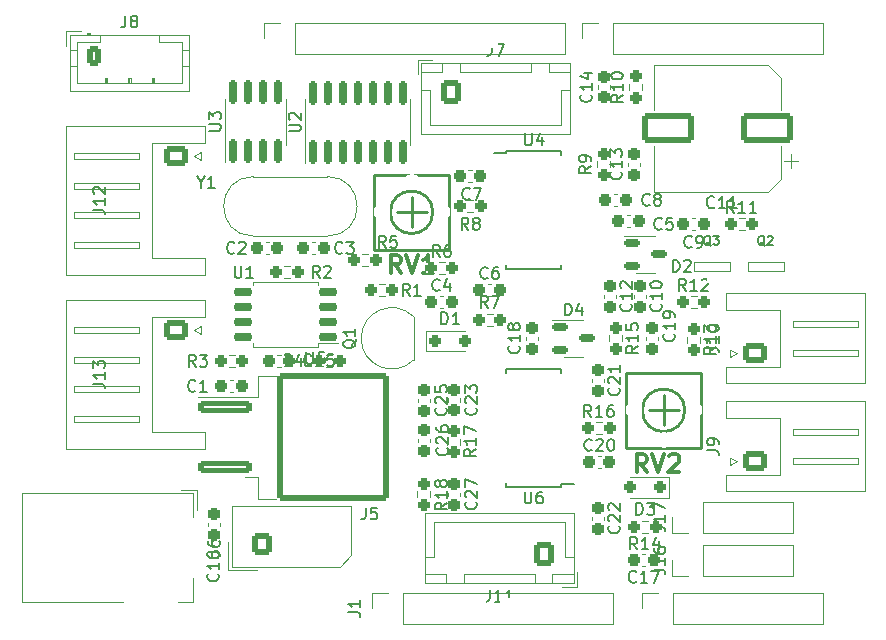
<source format=gto>
%TF.GenerationSoftware,KiCad,Pcbnew,7.0.5*%
%TF.CreationDate,2024-08-01T11:48:32+09:00*%
%TF.ProjectId,Arduini-Sheild_L6470-rs485-canfd,41726475-696e-4692-9d53-6865696c645f,rev?*%
%TF.SameCoordinates,Original*%
%TF.FileFunction,Legend,Top*%
%TF.FilePolarity,Positive*%
%FSLAX46Y46*%
G04 Gerber Fmt 4.6, Leading zero omitted, Abs format (unit mm)*
G04 Created by KiCad (PCBNEW 7.0.5) date 2024-08-01 11:48:32*
%MOMM*%
%LPD*%
G01*
G04 APERTURE LIST*
G04 Aperture macros list*
%AMRoundRect*
0 Rectangle with rounded corners*
0 $1 Rounding radius*
0 $2 $3 $4 $5 $6 $7 $8 $9 X,Y pos of 4 corners*
0 Add a 4 corners polygon primitive as box body*
4,1,4,$2,$3,$4,$5,$6,$7,$8,$9,$2,$3,0*
0 Add four circle primitives for the rounded corners*
1,1,$1+$1,$2,$3*
1,1,$1+$1,$4,$5*
1,1,$1+$1,$6,$7*
1,1,$1+$1,$8,$9*
0 Add four rect primitives between the rounded corners*
20,1,$1+$1,$2,$3,$4,$5,0*
20,1,$1+$1,$4,$5,$6,$7,0*
20,1,$1+$1,$6,$7,$8,$9,0*
20,1,$1+$1,$8,$9,$2,$3,0*%
G04 Aperture macros list end*
%ADD10C,0.150000*%
%ADD11C,0.129540*%
%ADD12C,0.304800*%
%ADD13C,0.120000*%
%ADD14C,0.119380*%
%ADD15C,0.254000*%
%ADD16C,1.397000*%
%ADD17R,1.700000X1.700000*%
%ADD18O,1.700000X1.700000*%
%ADD19R,0.914400X0.914400*%
%ADD20RoundRect,0.237500X0.237500X-0.250000X0.237500X0.250000X-0.237500X0.250000X-0.237500X-0.250000X0*%
%ADD21RoundRect,0.237500X0.237500X-0.300000X0.237500X0.300000X-0.237500X0.300000X-0.237500X-0.300000X0*%
%ADD22RoundRect,0.237500X-0.237500X0.300000X-0.237500X-0.300000X0.237500X-0.300000X0.237500X0.300000X0*%
%ADD23RoundRect,0.237500X-0.300000X-0.237500X0.300000X-0.237500X0.300000X0.237500X-0.300000X0.237500X0*%
%ADD24RoundRect,0.237500X-0.237500X0.250000X-0.237500X-0.250000X0.237500X-0.250000X0.237500X0.250000X0*%
%ADD25RoundRect,0.237500X-0.250000X-0.237500X0.250000X-0.237500X0.250000X0.237500X-0.250000X0.237500X0*%
%ADD26RoundRect,0.250000X0.600000X0.725000X-0.600000X0.725000X-0.600000X-0.725000X0.600000X-0.725000X0*%
%ADD27O,1.700000X1.950000*%
%ADD28RoundRect,0.250000X-2.050000X-0.300000X2.050000X-0.300000X2.050000X0.300000X-2.050000X0.300000X0*%
%ADD29RoundRect,0.250002X-4.449998X-5.149998X4.449998X-5.149998X4.449998X5.149998X-4.449998X5.149998X0*%
%ADD30RoundRect,0.250000X-0.725000X0.600000X-0.725000X-0.600000X0.725000X-0.600000X0.725000X0.600000X0*%
%ADD31O,1.950000X1.700000*%
%ADD32RoundRect,0.250000X0.750000X-0.600000X0.750000X0.600000X-0.750000X0.600000X-0.750000X-0.600000X0*%
%ADD33O,2.000000X1.700000*%
%ADD34RoundRect,0.150000X-0.512500X-0.150000X0.512500X-0.150000X0.512500X0.150000X-0.512500X0.150000X0*%
%ADD35RoundRect,0.150000X0.150000X-0.825000X0.150000X0.825000X-0.150000X0.825000X-0.150000X-0.825000X0*%
%ADD36RoundRect,0.237500X0.300000X0.237500X-0.300000X0.237500X-0.300000X-0.237500X0.300000X-0.237500X0*%
%ADD37RoundRect,0.250000X1.950000X1.000000X-1.950000X1.000000X-1.950000X-1.000000X1.950000X-1.000000X0*%
%ADD38RoundRect,0.250000X-0.600000X-0.725000X0.600000X-0.725000X0.600000X0.725000X-0.600000X0.725000X0*%
%ADD39R,2.000000X4.600000*%
%ADD40O,2.000000X4.200000*%
%ADD41O,4.200000X2.000000*%
%ADD42RoundRect,0.250000X-0.250000X-0.250000X0.250000X-0.250000X0.250000X0.250000X-0.250000X0.250000X0*%
%ADD43C,3.200000*%
%ADD44R,1.100000X0.400000*%
%ADD45R,3.400000X9.500000*%
%ADD46RoundRect,0.250000X-0.350000X-0.625000X0.350000X-0.625000X0.350000X0.625000X-0.350000X0.625000X0*%
%ADD47O,1.200000X1.750000*%
%ADD48RoundRect,0.150000X0.650000X0.150000X-0.650000X0.150000X-0.650000X-0.150000X0.650000X-0.150000X0*%
%ADD49RoundRect,0.250000X0.250000X0.250000X-0.250000X0.250000X-0.250000X-0.250000X0.250000X-0.250000X0*%
%ADD50C,1.500000*%
%ADD51RoundRect,0.237500X0.250000X0.237500X-0.250000X0.237500X-0.250000X-0.237500X0.250000X-0.237500X0*%
%ADD52RoundRect,0.250000X-0.600000X-0.675000X0.600000X-0.675000X0.600000X0.675000X-0.600000X0.675000X0*%
%ADD53O,1.700000X1.850000*%
%ADD54R,1.500000X1.050000*%
%ADD55O,1.500000X1.050000*%
G04 APERTURE END LIST*
D10*
%TO.C,J1*%
X124624819Y-97793333D02*
X125339104Y-97793333D01*
X125339104Y-97793333D02*
X125481961Y-97840952D01*
X125481961Y-97840952D02*
X125577200Y-97936190D01*
X125577200Y-97936190D02*
X125624819Y-98079047D01*
X125624819Y-98079047D02*
X125624819Y-98174285D01*
X125624819Y-96793333D02*
X125624819Y-97364761D01*
X125624819Y-97079047D02*
X124624819Y-97079047D01*
X124624819Y-97079047D02*
X124767676Y-97174285D01*
X124767676Y-97174285D02*
X124862914Y-97269523D01*
X124862914Y-97269523D02*
X124910533Y-97364761D01*
D11*
%TO.C,Q3*%
X155299428Y-66763350D02*
X155226857Y-66727064D01*
X155226857Y-66727064D02*
X155154285Y-66654493D01*
X155154285Y-66654493D02*
X155045428Y-66545635D01*
X155045428Y-66545635D02*
X154972857Y-66509350D01*
X154972857Y-66509350D02*
X154900285Y-66509350D01*
X154936571Y-66690778D02*
X154864000Y-66654493D01*
X154864000Y-66654493D02*
X154791428Y-66581921D01*
X154791428Y-66581921D02*
X154755142Y-66436778D01*
X154755142Y-66436778D02*
X154755142Y-66182778D01*
X154755142Y-66182778D02*
X154791428Y-66037635D01*
X154791428Y-66037635D02*
X154864000Y-65965064D01*
X154864000Y-65965064D02*
X154936571Y-65928778D01*
X154936571Y-65928778D02*
X155081714Y-65928778D01*
X155081714Y-65928778D02*
X155154285Y-65965064D01*
X155154285Y-65965064D02*
X155226857Y-66037635D01*
X155226857Y-66037635D02*
X155263142Y-66182778D01*
X155263142Y-66182778D02*
X155263142Y-66436778D01*
X155263142Y-66436778D02*
X155226857Y-66581921D01*
X155226857Y-66581921D02*
X155154285Y-66654493D01*
X155154285Y-66654493D02*
X155081714Y-66690778D01*
X155081714Y-66690778D02*
X154936571Y-66690778D01*
X155517143Y-65928778D02*
X155988857Y-65928778D01*
X155988857Y-65928778D02*
X155734857Y-66219064D01*
X155734857Y-66219064D02*
X155843714Y-66219064D01*
X155843714Y-66219064D02*
X155916286Y-66255350D01*
X155916286Y-66255350D02*
X155952571Y-66291635D01*
X155952571Y-66291635D02*
X155988857Y-66364207D01*
X155988857Y-66364207D02*
X155988857Y-66545635D01*
X155988857Y-66545635D02*
X155952571Y-66618207D01*
X155952571Y-66618207D02*
X155916286Y-66654493D01*
X155916286Y-66654493D02*
X155843714Y-66690778D01*
X155843714Y-66690778D02*
X155626000Y-66690778D01*
X155626000Y-66690778D02*
X155553428Y-66654493D01*
X155553428Y-66654493D02*
X155517143Y-66618207D01*
D10*
%TO.C,R18*%
X132966819Y-88506862D02*
X132490628Y-88840195D01*
X132966819Y-89078290D02*
X131966819Y-89078290D01*
X131966819Y-89078290D02*
X131966819Y-88697338D01*
X131966819Y-88697338D02*
X132014438Y-88602100D01*
X132014438Y-88602100D02*
X132062057Y-88554481D01*
X132062057Y-88554481D02*
X132157295Y-88506862D01*
X132157295Y-88506862D02*
X132300152Y-88506862D01*
X132300152Y-88506862D02*
X132395390Y-88554481D01*
X132395390Y-88554481D02*
X132443009Y-88602100D01*
X132443009Y-88602100D02*
X132490628Y-88697338D01*
X132490628Y-88697338D02*
X132490628Y-89078290D01*
X132966819Y-87554481D02*
X132966819Y-88125909D01*
X132966819Y-87840195D02*
X131966819Y-87840195D01*
X131966819Y-87840195D02*
X132109676Y-87935433D01*
X132109676Y-87935433D02*
X132204914Y-88030671D01*
X132204914Y-88030671D02*
X132252533Y-88125909D01*
X132395390Y-86983052D02*
X132347771Y-87078290D01*
X132347771Y-87078290D02*
X132300152Y-87125909D01*
X132300152Y-87125909D02*
X132204914Y-87173528D01*
X132204914Y-87173528D02*
X132157295Y-87173528D01*
X132157295Y-87173528D02*
X132062057Y-87125909D01*
X132062057Y-87125909D02*
X132014438Y-87078290D01*
X132014438Y-87078290D02*
X131966819Y-86983052D01*
X131966819Y-86983052D02*
X131966819Y-86792576D01*
X131966819Y-86792576D02*
X132014438Y-86697338D01*
X132014438Y-86697338D02*
X132062057Y-86649719D01*
X132062057Y-86649719D02*
X132157295Y-86602100D01*
X132157295Y-86602100D02*
X132204914Y-86602100D01*
X132204914Y-86602100D02*
X132300152Y-86649719D01*
X132300152Y-86649719D02*
X132347771Y-86697338D01*
X132347771Y-86697338D02*
X132395390Y-86792576D01*
X132395390Y-86792576D02*
X132395390Y-86983052D01*
X132395390Y-86983052D02*
X132443009Y-87078290D01*
X132443009Y-87078290D02*
X132490628Y-87125909D01*
X132490628Y-87125909D02*
X132585866Y-87173528D01*
X132585866Y-87173528D02*
X132776342Y-87173528D01*
X132776342Y-87173528D02*
X132871580Y-87125909D01*
X132871580Y-87125909D02*
X132919200Y-87078290D01*
X132919200Y-87078290D02*
X132966819Y-86983052D01*
X132966819Y-86983052D02*
X132966819Y-86792576D01*
X132966819Y-86792576D02*
X132919200Y-86697338D01*
X132919200Y-86697338D02*
X132871580Y-86649719D01*
X132871580Y-86649719D02*
X132776342Y-86602100D01*
X132776342Y-86602100D02*
X132585866Y-86602100D01*
X132585866Y-86602100D02*
X132490628Y-86649719D01*
X132490628Y-86649719D02*
X132443009Y-86697338D01*
X132443009Y-86697338D02*
X132395390Y-86792576D01*
%TO.C,C18*%
X139061580Y-75242857D02*
X139109200Y-75290476D01*
X139109200Y-75290476D02*
X139156819Y-75433333D01*
X139156819Y-75433333D02*
X139156819Y-75528571D01*
X139156819Y-75528571D02*
X139109200Y-75671428D01*
X139109200Y-75671428D02*
X139013961Y-75766666D01*
X139013961Y-75766666D02*
X138918723Y-75814285D01*
X138918723Y-75814285D02*
X138728247Y-75861904D01*
X138728247Y-75861904D02*
X138585390Y-75861904D01*
X138585390Y-75861904D02*
X138394914Y-75814285D01*
X138394914Y-75814285D02*
X138299676Y-75766666D01*
X138299676Y-75766666D02*
X138204438Y-75671428D01*
X138204438Y-75671428D02*
X138156819Y-75528571D01*
X138156819Y-75528571D02*
X138156819Y-75433333D01*
X138156819Y-75433333D02*
X138204438Y-75290476D01*
X138204438Y-75290476D02*
X138252057Y-75242857D01*
X139156819Y-74290476D02*
X139156819Y-74861904D01*
X139156819Y-74576190D02*
X138156819Y-74576190D01*
X138156819Y-74576190D02*
X138299676Y-74671428D01*
X138299676Y-74671428D02*
X138394914Y-74766666D01*
X138394914Y-74766666D02*
X138442533Y-74861904D01*
X138585390Y-73719047D02*
X138537771Y-73814285D01*
X138537771Y-73814285D02*
X138490152Y-73861904D01*
X138490152Y-73861904D02*
X138394914Y-73909523D01*
X138394914Y-73909523D02*
X138347295Y-73909523D01*
X138347295Y-73909523D02*
X138252057Y-73861904D01*
X138252057Y-73861904D02*
X138204438Y-73814285D01*
X138204438Y-73814285D02*
X138156819Y-73719047D01*
X138156819Y-73719047D02*
X138156819Y-73528571D01*
X138156819Y-73528571D02*
X138204438Y-73433333D01*
X138204438Y-73433333D02*
X138252057Y-73385714D01*
X138252057Y-73385714D02*
X138347295Y-73338095D01*
X138347295Y-73338095D02*
X138394914Y-73338095D01*
X138394914Y-73338095D02*
X138490152Y-73385714D01*
X138490152Y-73385714D02*
X138537771Y-73433333D01*
X138537771Y-73433333D02*
X138585390Y-73528571D01*
X138585390Y-73528571D02*
X138585390Y-73719047D01*
X138585390Y-73719047D02*
X138633009Y-73814285D01*
X138633009Y-73814285D02*
X138680628Y-73861904D01*
X138680628Y-73861904D02*
X138775866Y-73909523D01*
X138775866Y-73909523D02*
X138966342Y-73909523D01*
X138966342Y-73909523D02*
X139061580Y-73861904D01*
X139061580Y-73861904D02*
X139109200Y-73814285D01*
X139109200Y-73814285D02*
X139156819Y-73719047D01*
X139156819Y-73719047D02*
X139156819Y-73528571D01*
X139156819Y-73528571D02*
X139109200Y-73433333D01*
X139109200Y-73433333D02*
X139061580Y-73385714D01*
X139061580Y-73385714D02*
X138966342Y-73338095D01*
X138966342Y-73338095D02*
X138775866Y-73338095D01*
X138775866Y-73338095D02*
X138680628Y-73385714D01*
X138680628Y-73385714D02*
X138633009Y-73433333D01*
X138633009Y-73433333D02*
X138585390Y-73528571D01*
%TO.C,C21*%
X147509580Y-78798857D02*
X147557200Y-78846476D01*
X147557200Y-78846476D02*
X147604819Y-78989333D01*
X147604819Y-78989333D02*
X147604819Y-79084571D01*
X147604819Y-79084571D02*
X147557200Y-79227428D01*
X147557200Y-79227428D02*
X147461961Y-79322666D01*
X147461961Y-79322666D02*
X147366723Y-79370285D01*
X147366723Y-79370285D02*
X147176247Y-79417904D01*
X147176247Y-79417904D02*
X147033390Y-79417904D01*
X147033390Y-79417904D02*
X146842914Y-79370285D01*
X146842914Y-79370285D02*
X146747676Y-79322666D01*
X146747676Y-79322666D02*
X146652438Y-79227428D01*
X146652438Y-79227428D02*
X146604819Y-79084571D01*
X146604819Y-79084571D02*
X146604819Y-78989333D01*
X146604819Y-78989333D02*
X146652438Y-78846476D01*
X146652438Y-78846476D02*
X146700057Y-78798857D01*
X146700057Y-78417904D02*
X146652438Y-78370285D01*
X146652438Y-78370285D02*
X146604819Y-78275047D01*
X146604819Y-78275047D02*
X146604819Y-78036952D01*
X146604819Y-78036952D02*
X146652438Y-77941714D01*
X146652438Y-77941714D02*
X146700057Y-77894095D01*
X146700057Y-77894095D02*
X146795295Y-77846476D01*
X146795295Y-77846476D02*
X146890533Y-77846476D01*
X146890533Y-77846476D02*
X147033390Y-77894095D01*
X147033390Y-77894095D02*
X147604819Y-78465523D01*
X147604819Y-78465523D02*
X147604819Y-77846476D01*
X147604819Y-76894095D02*
X147604819Y-77465523D01*
X147604819Y-77179809D02*
X146604819Y-77179809D01*
X146604819Y-77179809D02*
X146747676Y-77275047D01*
X146747676Y-77275047D02*
X146842914Y-77370285D01*
X146842914Y-77370285D02*
X146890533Y-77465523D01*
%TO.C,C1*%
X111670833Y-79023580D02*
X111623214Y-79071200D01*
X111623214Y-79071200D02*
X111480357Y-79118819D01*
X111480357Y-79118819D02*
X111385119Y-79118819D01*
X111385119Y-79118819D02*
X111242262Y-79071200D01*
X111242262Y-79071200D02*
X111147024Y-78975961D01*
X111147024Y-78975961D02*
X111099405Y-78880723D01*
X111099405Y-78880723D02*
X111051786Y-78690247D01*
X111051786Y-78690247D02*
X111051786Y-78547390D01*
X111051786Y-78547390D02*
X111099405Y-78356914D01*
X111099405Y-78356914D02*
X111147024Y-78261676D01*
X111147024Y-78261676D02*
X111242262Y-78166438D01*
X111242262Y-78166438D02*
X111385119Y-78118819D01*
X111385119Y-78118819D02*
X111480357Y-78118819D01*
X111480357Y-78118819D02*
X111623214Y-78166438D01*
X111623214Y-78166438D02*
X111670833Y-78214057D01*
X112623214Y-79118819D02*
X112051786Y-79118819D01*
X112337500Y-79118819D02*
X112337500Y-78118819D01*
X112337500Y-78118819D02*
X112242262Y-78261676D01*
X112242262Y-78261676D02*
X112147024Y-78356914D01*
X112147024Y-78356914D02*
X112051786Y-78404533D01*
%TO.C,R13*%
X155732819Y-75346357D02*
X155256628Y-75679690D01*
X155732819Y-75917785D02*
X154732819Y-75917785D01*
X154732819Y-75917785D02*
X154732819Y-75536833D01*
X154732819Y-75536833D02*
X154780438Y-75441595D01*
X154780438Y-75441595D02*
X154828057Y-75393976D01*
X154828057Y-75393976D02*
X154923295Y-75346357D01*
X154923295Y-75346357D02*
X155066152Y-75346357D01*
X155066152Y-75346357D02*
X155161390Y-75393976D01*
X155161390Y-75393976D02*
X155209009Y-75441595D01*
X155209009Y-75441595D02*
X155256628Y-75536833D01*
X155256628Y-75536833D02*
X155256628Y-75917785D01*
X155732819Y-74393976D02*
X155732819Y-74965404D01*
X155732819Y-74679690D02*
X154732819Y-74679690D01*
X154732819Y-74679690D02*
X154875676Y-74774928D01*
X154875676Y-74774928D02*
X154970914Y-74870166D01*
X154970914Y-74870166D02*
X155018533Y-74965404D01*
X154732819Y-74060642D02*
X154732819Y-73441595D01*
X154732819Y-73441595D02*
X155113771Y-73774928D01*
X155113771Y-73774928D02*
X155113771Y-73632071D01*
X155113771Y-73632071D02*
X155161390Y-73536833D01*
X155161390Y-73536833D02*
X155209009Y-73489214D01*
X155209009Y-73489214D02*
X155304247Y-73441595D01*
X155304247Y-73441595D02*
X155542342Y-73441595D01*
X155542342Y-73441595D02*
X155637580Y-73489214D01*
X155637580Y-73489214D02*
X155685200Y-73536833D01*
X155685200Y-73536833D02*
X155732819Y-73632071D01*
X155732819Y-73632071D02*
X155732819Y-73917785D01*
X155732819Y-73917785D02*
X155685200Y-74013023D01*
X155685200Y-74013023D02*
X155637580Y-74060642D01*
%TO.C,C6*%
X136409333Y-69465580D02*
X136361714Y-69513200D01*
X136361714Y-69513200D02*
X136218857Y-69560819D01*
X136218857Y-69560819D02*
X136123619Y-69560819D01*
X136123619Y-69560819D02*
X135980762Y-69513200D01*
X135980762Y-69513200D02*
X135885524Y-69417961D01*
X135885524Y-69417961D02*
X135837905Y-69322723D01*
X135837905Y-69322723D02*
X135790286Y-69132247D01*
X135790286Y-69132247D02*
X135790286Y-68989390D01*
X135790286Y-68989390D02*
X135837905Y-68798914D01*
X135837905Y-68798914D02*
X135885524Y-68703676D01*
X135885524Y-68703676D02*
X135980762Y-68608438D01*
X135980762Y-68608438D02*
X136123619Y-68560819D01*
X136123619Y-68560819D02*
X136218857Y-68560819D01*
X136218857Y-68560819D02*
X136361714Y-68608438D01*
X136361714Y-68608438D02*
X136409333Y-68656057D01*
X137266476Y-68560819D02*
X137076000Y-68560819D01*
X137076000Y-68560819D02*
X136980762Y-68608438D01*
X136980762Y-68608438D02*
X136933143Y-68656057D01*
X136933143Y-68656057D02*
X136837905Y-68798914D01*
X136837905Y-68798914D02*
X136790286Y-68989390D01*
X136790286Y-68989390D02*
X136790286Y-69370342D01*
X136790286Y-69370342D02*
X136837905Y-69465580D01*
X136837905Y-69465580D02*
X136885524Y-69513200D01*
X136885524Y-69513200D02*
X136980762Y-69560819D01*
X136980762Y-69560819D02*
X137171238Y-69560819D01*
X137171238Y-69560819D02*
X137266476Y-69513200D01*
X137266476Y-69513200D02*
X137314095Y-69465580D01*
X137314095Y-69465580D02*
X137361714Y-69370342D01*
X137361714Y-69370342D02*
X137361714Y-69132247D01*
X137361714Y-69132247D02*
X137314095Y-69037009D01*
X137314095Y-69037009D02*
X137266476Y-68989390D01*
X137266476Y-68989390D02*
X137171238Y-68941771D01*
X137171238Y-68941771D02*
X136980762Y-68941771D01*
X136980762Y-68941771D02*
X136885524Y-68989390D01*
X136885524Y-68989390D02*
X136837905Y-69037009D01*
X136837905Y-69037009D02*
X136790286Y-69132247D01*
%TO.C,C16*%
X113567580Y-94546857D02*
X113615200Y-94594476D01*
X113615200Y-94594476D02*
X113662819Y-94737333D01*
X113662819Y-94737333D02*
X113662819Y-94832571D01*
X113662819Y-94832571D02*
X113615200Y-94975428D01*
X113615200Y-94975428D02*
X113519961Y-95070666D01*
X113519961Y-95070666D02*
X113424723Y-95118285D01*
X113424723Y-95118285D02*
X113234247Y-95165904D01*
X113234247Y-95165904D02*
X113091390Y-95165904D01*
X113091390Y-95165904D02*
X112900914Y-95118285D01*
X112900914Y-95118285D02*
X112805676Y-95070666D01*
X112805676Y-95070666D02*
X112710438Y-94975428D01*
X112710438Y-94975428D02*
X112662819Y-94832571D01*
X112662819Y-94832571D02*
X112662819Y-94737333D01*
X112662819Y-94737333D02*
X112710438Y-94594476D01*
X112710438Y-94594476D02*
X112758057Y-94546857D01*
X113662819Y-93594476D02*
X113662819Y-94165904D01*
X113662819Y-93880190D02*
X112662819Y-93880190D01*
X112662819Y-93880190D02*
X112805676Y-93975428D01*
X112805676Y-93975428D02*
X112900914Y-94070666D01*
X112900914Y-94070666D02*
X112948533Y-94165904D01*
X112662819Y-92737333D02*
X112662819Y-92927809D01*
X112662819Y-92927809D02*
X112710438Y-93023047D01*
X112710438Y-93023047D02*
X112758057Y-93070666D01*
X112758057Y-93070666D02*
X112900914Y-93165904D01*
X112900914Y-93165904D02*
X113091390Y-93213523D01*
X113091390Y-93213523D02*
X113472342Y-93213523D01*
X113472342Y-93213523D02*
X113567580Y-93165904D01*
X113567580Y-93165904D02*
X113615200Y-93118285D01*
X113615200Y-93118285D02*
X113662819Y-93023047D01*
X113662819Y-93023047D02*
X113662819Y-92832571D01*
X113662819Y-92832571D02*
X113615200Y-92737333D01*
X113615200Y-92737333D02*
X113567580Y-92689714D01*
X113567580Y-92689714D02*
X113472342Y-92642095D01*
X113472342Y-92642095D02*
X113234247Y-92642095D01*
X113234247Y-92642095D02*
X113139009Y-92689714D01*
X113139009Y-92689714D02*
X113091390Y-92737333D01*
X113091390Y-92737333D02*
X113043771Y-92832571D01*
X113043771Y-92832571D02*
X113043771Y-93023047D01*
X113043771Y-93023047D02*
X113091390Y-93118285D01*
X113091390Y-93118285D02*
X113139009Y-93165904D01*
X113139009Y-93165904D02*
X113234247Y-93213523D01*
%TO.C,R1*%
X129805333Y-70990819D02*
X129472000Y-70514628D01*
X129233905Y-70990819D02*
X129233905Y-69990819D01*
X129233905Y-69990819D02*
X129614857Y-69990819D01*
X129614857Y-69990819D02*
X129710095Y-70038438D01*
X129710095Y-70038438D02*
X129757714Y-70086057D01*
X129757714Y-70086057D02*
X129805333Y-70181295D01*
X129805333Y-70181295D02*
X129805333Y-70324152D01*
X129805333Y-70324152D02*
X129757714Y-70419390D01*
X129757714Y-70419390D02*
X129710095Y-70467009D01*
X129710095Y-70467009D02*
X129614857Y-70514628D01*
X129614857Y-70514628D02*
X129233905Y-70514628D01*
X130757714Y-70990819D02*
X130186286Y-70990819D01*
X130472000Y-70990819D02*
X130472000Y-69990819D01*
X130472000Y-69990819D02*
X130376762Y-70133676D01*
X130376762Y-70133676D02*
X130281524Y-70228914D01*
X130281524Y-70228914D02*
X130186286Y-70276533D01*
%TO.C,J11*%
X136588476Y-95892819D02*
X136588476Y-96607104D01*
X136588476Y-96607104D02*
X136540857Y-96749961D01*
X136540857Y-96749961D02*
X136445619Y-96845200D01*
X136445619Y-96845200D02*
X136302762Y-96892819D01*
X136302762Y-96892819D02*
X136207524Y-96892819D01*
X137588476Y-96892819D02*
X137017048Y-96892819D01*
X137302762Y-96892819D02*
X137302762Y-95892819D01*
X137302762Y-95892819D02*
X137207524Y-96035676D01*
X137207524Y-96035676D02*
X137112286Y-96130914D01*
X137112286Y-96130914D02*
X137017048Y-96178533D01*
X138540857Y-96892819D02*
X137969429Y-96892819D01*
X138255143Y-96892819D02*
X138255143Y-95892819D01*
X138255143Y-95892819D02*
X138159905Y-96035676D01*
X138159905Y-96035676D02*
X138064667Y-96130914D01*
X138064667Y-96130914D02*
X137969429Y-96178533D01*
%TO.C,R3*%
X111688254Y-76998458D02*
X111354921Y-76522267D01*
X111116826Y-76998458D02*
X111116826Y-75998458D01*
X111116826Y-75998458D02*
X111497778Y-75998458D01*
X111497778Y-75998458D02*
X111593016Y-76046077D01*
X111593016Y-76046077D02*
X111640635Y-76093696D01*
X111640635Y-76093696D02*
X111688254Y-76188934D01*
X111688254Y-76188934D02*
X111688254Y-76331791D01*
X111688254Y-76331791D02*
X111640635Y-76427029D01*
X111640635Y-76427029D02*
X111593016Y-76474648D01*
X111593016Y-76474648D02*
X111497778Y-76522267D01*
X111497778Y-76522267D02*
X111116826Y-76522267D01*
X112021588Y-75998458D02*
X112640635Y-75998458D01*
X112640635Y-75998458D02*
X112307302Y-76379410D01*
X112307302Y-76379410D02*
X112450159Y-76379410D01*
X112450159Y-76379410D02*
X112545397Y-76427029D01*
X112545397Y-76427029D02*
X112593016Y-76474648D01*
X112593016Y-76474648D02*
X112640635Y-76569886D01*
X112640635Y-76569886D02*
X112640635Y-76807981D01*
X112640635Y-76807981D02*
X112593016Y-76903219D01*
X112593016Y-76903219D02*
X112545397Y-76950839D01*
X112545397Y-76950839D02*
X112450159Y-76998458D01*
X112450159Y-76998458D02*
X112164445Y-76998458D01*
X112164445Y-76998458D02*
X112069207Y-76950839D01*
X112069207Y-76950839D02*
X112021588Y-76903219D01*
%TO.C,U5*%
X121044770Y-75773785D02*
X121044770Y-76583308D01*
X121044770Y-76583308D02*
X121092389Y-76678546D01*
X121092389Y-76678546D02*
X121140008Y-76726166D01*
X121140008Y-76726166D02*
X121235246Y-76773785D01*
X121235246Y-76773785D02*
X121425722Y-76773785D01*
X121425722Y-76773785D02*
X121520960Y-76726166D01*
X121520960Y-76726166D02*
X121568579Y-76678546D01*
X121568579Y-76678546D02*
X121616198Y-76583308D01*
X121616198Y-76583308D02*
X121616198Y-75773785D01*
X122568579Y-75773785D02*
X122092389Y-75773785D01*
X122092389Y-75773785D02*
X122044770Y-76249975D01*
X122044770Y-76249975D02*
X122092389Y-76202356D01*
X122092389Y-76202356D02*
X122187627Y-76154737D01*
X122187627Y-76154737D02*
X122425722Y-76154737D01*
X122425722Y-76154737D02*
X122520960Y-76202356D01*
X122520960Y-76202356D02*
X122568579Y-76249975D01*
X122568579Y-76249975D02*
X122616198Y-76345213D01*
X122616198Y-76345213D02*
X122616198Y-76583308D01*
X122616198Y-76583308D02*
X122568579Y-76678546D01*
X122568579Y-76678546D02*
X122520960Y-76726166D01*
X122520960Y-76726166D02*
X122425722Y-76773785D01*
X122425722Y-76773785D02*
X122187627Y-76773785D01*
X122187627Y-76773785D02*
X122092389Y-76726166D01*
X122092389Y-76726166D02*
X122044770Y-76678546D01*
%TO.C,J12*%
X103010819Y-63725523D02*
X103725104Y-63725523D01*
X103725104Y-63725523D02*
X103867961Y-63773142D01*
X103867961Y-63773142D02*
X103963200Y-63868380D01*
X103963200Y-63868380D02*
X104010819Y-64011237D01*
X104010819Y-64011237D02*
X104010819Y-64106475D01*
X104010819Y-62725523D02*
X104010819Y-63296951D01*
X104010819Y-63011237D02*
X103010819Y-63011237D01*
X103010819Y-63011237D02*
X103153676Y-63106475D01*
X103153676Y-63106475D02*
X103248914Y-63201713D01*
X103248914Y-63201713D02*
X103296533Y-63296951D01*
X103106057Y-62344570D02*
X103058438Y-62296951D01*
X103058438Y-62296951D02*
X103010819Y-62201713D01*
X103010819Y-62201713D02*
X103010819Y-61963618D01*
X103010819Y-61963618D02*
X103058438Y-61868380D01*
X103058438Y-61868380D02*
X103106057Y-61820761D01*
X103106057Y-61820761D02*
X103201295Y-61773142D01*
X103201295Y-61773142D02*
X103296533Y-61773142D01*
X103296533Y-61773142D02*
X103439390Y-61820761D01*
X103439390Y-61820761D02*
X104010819Y-62392189D01*
X104010819Y-62392189D02*
X104010819Y-61773142D01*
%TO.C,J9*%
X154988819Y-84077333D02*
X155703104Y-84077333D01*
X155703104Y-84077333D02*
X155845961Y-84124952D01*
X155845961Y-84124952D02*
X155941200Y-84220190D01*
X155941200Y-84220190D02*
X155988819Y-84363047D01*
X155988819Y-84363047D02*
X155988819Y-84458285D01*
X155988819Y-83553523D02*
X155988819Y-83363047D01*
X155988819Y-83363047D02*
X155941200Y-83267809D01*
X155941200Y-83267809D02*
X155893580Y-83220190D01*
X155893580Y-83220190D02*
X155750723Y-83124952D01*
X155750723Y-83124952D02*
X155560247Y-83077333D01*
X155560247Y-83077333D02*
X155179295Y-83077333D01*
X155179295Y-83077333D02*
X155084057Y-83124952D01*
X155084057Y-83124952D02*
X155036438Y-83172571D01*
X155036438Y-83172571D02*
X154988819Y-83267809D01*
X154988819Y-83267809D02*
X154988819Y-83458285D01*
X154988819Y-83458285D02*
X155036438Y-83553523D01*
X155036438Y-83553523D02*
X155084057Y-83601142D01*
X155084057Y-83601142D02*
X155179295Y-83648761D01*
X155179295Y-83648761D02*
X155417390Y-83648761D01*
X155417390Y-83648761D02*
X155512628Y-83601142D01*
X155512628Y-83601142D02*
X155560247Y-83553523D01*
X155560247Y-83553523D02*
X155607866Y-83458285D01*
X155607866Y-83458285D02*
X155607866Y-83267809D01*
X155607866Y-83267809D02*
X155560247Y-83172571D01*
X155560247Y-83172571D02*
X155512628Y-83124952D01*
X155512628Y-83124952D02*
X155417390Y-83077333D01*
%TO.C,R4*%
X119790602Y-76961695D02*
X119457269Y-76485504D01*
X119219174Y-76961695D02*
X119219174Y-75961695D01*
X119219174Y-75961695D02*
X119600126Y-75961695D01*
X119600126Y-75961695D02*
X119695364Y-76009314D01*
X119695364Y-76009314D02*
X119742983Y-76056933D01*
X119742983Y-76056933D02*
X119790602Y-76152171D01*
X119790602Y-76152171D02*
X119790602Y-76295028D01*
X119790602Y-76295028D02*
X119742983Y-76390266D01*
X119742983Y-76390266D02*
X119695364Y-76437885D01*
X119695364Y-76437885D02*
X119600126Y-76485504D01*
X119600126Y-76485504D02*
X119219174Y-76485504D01*
X120647745Y-76295028D02*
X120647745Y-76961695D01*
X120409650Y-75914076D02*
X120171555Y-76628361D01*
X120171555Y-76628361D02*
X120790602Y-76628361D01*
%TO.C,R2*%
X122185333Y-69466819D02*
X121852000Y-68990628D01*
X121613905Y-69466819D02*
X121613905Y-68466819D01*
X121613905Y-68466819D02*
X121994857Y-68466819D01*
X121994857Y-68466819D02*
X122090095Y-68514438D01*
X122090095Y-68514438D02*
X122137714Y-68562057D01*
X122137714Y-68562057D02*
X122185333Y-68657295D01*
X122185333Y-68657295D02*
X122185333Y-68800152D01*
X122185333Y-68800152D02*
X122137714Y-68895390D01*
X122137714Y-68895390D02*
X122090095Y-68943009D01*
X122090095Y-68943009D02*
X121994857Y-68990628D01*
X121994857Y-68990628D02*
X121613905Y-68990628D01*
X122566286Y-68562057D02*
X122613905Y-68514438D01*
X122613905Y-68514438D02*
X122709143Y-68466819D01*
X122709143Y-68466819D02*
X122947238Y-68466819D01*
X122947238Y-68466819D02*
X123042476Y-68514438D01*
X123042476Y-68514438D02*
X123090095Y-68562057D01*
X123090095Y-68562057D02*
X123137714Y-68657295D01*
X123137714Y-68657295D02*
X123137714Y-68752533D01*
X123137714Y-68752533D02*
X123090095Y-68895390D01*
X123090095Y-68895390D02*
X122518667Y-69466819D01*
X122518667Y-69466819D02*
X123137714Y-69466819D01*
D11*
%TO.C,Q2*%
X159871428Y-66763350D02*
X159798857Y-66727064D01*
X159798857Y-66727064D02*
X159726285Y-66654493D01*
X159726285Y-66654493D02*
X159617428Y-66545635D01*
X159617428Y-66545635D02*
X159544857Y-66509350D01*
X159544857Y-66509350D02*
X159472285Y-66509350D01*
X159508571Y-66690778D02*
X159436000Y-66654493D01*
X159436000Y-66654493D02*
X159363428Y-66581921D01*
X159363428Y-66581921D02*
X159327142Y-66436778D01*
X159327142Y-66436778D02*
X159327142Y-66182778D01*
X159327142Y-66182778D02*
X159363428Y-66037635D01*
X159363428Y-66037635D02*
X159436000Y-65965064D01*
X159436000Y-65965064D02*
X159508571Y-65928778D01*
X159508571Y-65928778D02*
X159653714Y-65928778D01*
X159653714Y-65928778D02*
X159726285Y-65965064D01*
X159726285Y-65965064D02*
X159798857Y-66037635D01*
X159798857Y-66037635D02*
X159835142Y-66182778D01*
X159835142Y-66182778D02*
X159835142Y-66436778D01*
X159835142Y-66436778D02*
X159798857Y-66581921D01*
X159798857Y-66581921D02*
X159726285Y-66654493D01*
X159726285Y-66654493D02*
X159653714Y-66690778D01*
X159653714Y-66690778D02*
X159508571Y-66690778D01*
X160125428Y-66001350D02*
X160161714Y-65965064D01*
X160161714Y-65965064D02*
X160234286Y-65928778D01*
X160234286Y-65928778D02*
X160415714Y-65928778D01*
X160415714Y-65928778D02*
X160488286Y-65965064D01*
X160488286Y-65965064D02*
X160524571Y-66001350D01*
X160524571Y-66001350D02*
X160560857Y-66073921D01*
X160560857Y-66073921D02*
X160560857Y-66146493D01*
X160560857Y-66146493D02*
X160524571Y-66255350D01*
X160524571Y-66255350D02*
X160089143Y-66690778D01*
X160089143Y-66690778D02*
X160560857Y-66690778D01*
D10*
%TO.C,R11*%
X157269142Y-63972819D02*
X156935809Y-63496628D01*
X156697714Y-63972819D02*
X156697714Y-62972819D01*
X156697714Y-62972819D02*
X157078666Y-62972819D01*
X157078666Y-62972819D02*
X157173904Y-63020438D01*
X157173904Y-63020438D02*
X157221523Y-63068057D01*
X157221523Y-63068057D02*
X157269142Y-63163295D01*
X157269142Y-63163295D02*
X157269142Y-63306152D01*
X157269142Y-63306152D02*
X157221523Y-63401390D01*
X157221523Y-63401390D02*
X157173904Y-63449009D01*
X157173904Y-63449009D02*
X157078666Y-63496628D01*
X157078666Y-63496628D02*
X156697714Y-63496628D01*
X158221523Y-63972819D02*
X157650095Y-63972819D01*
X157935809Y-63972819D02*
X157935809Y-62972819D01*
X157935809Y-62972819D02*
X157840571Y-63115676D01*
X157840571Y-63115676D02*
X157745333Y-63210914D01*
X157745333Y-63210914D02*
X157650095Y-63258533D01*
X159173904Y-63972819D02*
X158602476Y-63972819D01*
X158888190Y-63972819D02*
X158888190Y-62972819D01*
X158888190Y-62972819D02*
X158792952Y-63115676D01*
X158792952Y-63115676D02*
X158697714Y-63210914D01*
X158697714Y-63210914D02*
X158602476Y-63258533D01*
%TO.C,R9*%
X145158819Y-60034666D02*
X144682628Y-60367999D01*
X145158819Y-60606094D02*
X144158819Y-60606094D01*
X144158819Y-60606094D02*
X144158819Y-60225142D01*
X144158819Y-60225142D02*
X144206438Y-60129904D01*
X144206438Y-60129904D02*
X144254057Y-60082285D01*
X144254057Y-60082285D02*
X144349295Y-60034666D01*
X144349295Y-60034666D02*
X144492152Y-60034666D01*
X144492152Y-60034666D02*
X144587390Y-60082285D01*
X144587390Y-60082285D02*
X144635009Y-60129904D01*
X144635009Y-60129904D02*
X144682628Y-60225142D01*
X144682628Y-60225142D02*
X144682628Y-60606094D01*
X145158819Y-59558475D02*
X145158819Y-59367999D01*
X145158819Y-59367999D02*
X145111200Y-59272761D01*
X145111200Y-59272761D02*
X145063580Y-59225142D01*
X145063580Y-59225142D02*
X144920723Y-59129904D01*
X144920723Y-59129904D02*
X144730247Y-59082285D01*
X144730247Y-59082285D02*
X144349295Y-59082285D01*
X144349295Y-59082285D02*
X144254057Y-59129904D01*
X144254057Y-59129904D02*
X144206438Y-59177523D01*
X144206438Y-59177523D02*
X144158819Y-59272761D01*
X144158819Y-59272761D02*
X144158819Y-59463237D01*
X144158819Y-59463237D02*
X144206438Y-59558475D01*
X144206438Y-59558475D02*
X144254057Y-59606094D01*
X144254057Y-59606094D02*
X144349295Y-59653713D01*
X144349295Y-59653713D02*
X144587390Y-59653713D01*
X144587390Y-59653713D02*
X144682628Y-59606094D01*
X144682628Y-59606094D02*
X144730247Y-59558475D01*
X144730247Y-59558475D02*
X144777866Y-59463237D01*
X144777866Y-59463237D02*
X144777866Y-59272761D01*
X144777866Y-59272761D02*
X144730247Y-59177523D01*
X144730247Y-59177523D02*
X144682628Y-59129904D01*
X144682628Y-59129904D02*
X144587390Y-59082285D01*
%TO.C,R6*%
X132345333Y-67692439D02*
X132012000Y-67216248D01*
X131773905Y-67692439D02*
X131773905Y-66692439D01*
X131773905Y-66692439D02*
X132154857Y-66692439D01*
X132154857Y-66692439D02*
X132250095Y-66740058D01*
X132250095Y-66740058D02*
X132297714Y-66787677D01*
X132297714Y-66787677D02*
X132345333Y-66882915D01*
X132345333Y-66882915D02*
X132345333Y-67025772D01*
X132345333Y-67025772D02*
X132297714Y-67121010D01*
X132297714Y-67121010D02*
X132250095Y-67168629D01*
X132250095Y-67168629D02*
X132154857Y-67216248D01*
X132154857Y-67216248D02*
X131773905Y-67216248D01*
X133202476Y-66692439D02*
X133012000Y-66692439D01*
X133012000Y-66692439D02*
X132916762Y-66740058D01*
X132916762Y-66740058D02*
X132869143Y-66787677D01*
X132869143Y-66787677D02*
X132773905Y-66930534D01*
X132773905Y-66930534D02*
X132726286Y-67121010D01*
X132726286Y-67121010D02*
X132726286Y-67501962D01*
X132726286Y-67501962D02*
X132773905Y-67597200D01*
X132773905Y-67597200D02*
X132821524Y-67644820D01*
X132821524Y-67644820D02*
X132916762Y-67692439D01*
X132916762Y-67692439D02*
X133107238Y-67692439D01*
X133107238Y-67692439D02*
X133202476Y-67644820D01*
X133202476Y-67644820D02*
X133250095Y-67597200D01*
X133250095Y-67597200D02*
X133297714Y-67501962D01*
X133297714Y-67501962D02*
X133297714Y-67263867D01*
X133297714Y-67263867D02*
X133250095Y-67168629D01*
X133250095Y-67168629D02*
X133202476Y-67121010D01*
X133202476Y-67121010D02*
X133107238Y-67073391D01*
X133107238Y-67073391D02*
X132916762Y-67073391D01*
X132916762Y-67073391D02*
X132821524Y-67121010D01*
X132821524Y-67121010D02*
X132773905Y-67168629D01*
X132773905Y-67168629D02*
X132726286Y-67263867D01*
%TO.C,D2*%
X152093905Y-68958819D02*
X152093905Y-67958819D01*
X152093905Y-67958819D02*
X152332000Y-67958819D01*
X152332000Y-67958819D02*
X152474857Y-68006438D01*
X152474857Y-68006438D02*
X152570095Y-68101676D01*
X152570095Y-68101676D02*
X152617714Y-68196914D01*
X152617714Y-68196914D02*
X152665333Y-68387390D01*
X152665333Y-68387390D02*
X152665333Y-68530247D01*
X152665333Y-68530247D02*
X152617714Y-68720723D01*
X152617714Y-68720723D02*
X152570095Y-68815961D01*
X152570095Y-68815961D02*
X152474857Y-68911200D01*
X152474857Y-68911200D02*
X152332000Y-68958819D01*
X152332000Y-68958819D02*
X152093905Y-68958819D01*
X153046286Y-68054057D02*
X153093905Y-68006438D01*
X153093905Y-68006438D02*
X153189143Y-67958819D01*
X153189143Y-67958819D02*
X153427238Y-67958819D01*
X153427238Y-67958819D02*
X153522476Y-68006438D01*
X153522476Y-68006438D02*
X153570095Y-68054057D01*
X153570095Y-68054057D02*
X153617714Y-68149295D01*
X153617714Y-68149295D02*
X153617714Y-68244533D01*
X153617714Y-68244533D02*
X153570095Y-68387390D01*
X153570095Y-68387390D02*
X152998667Y-68958819D01*
X152998667Y-68958819D02*
X153617714Y-68958819D01*
%TO.C,U3*%
X112818819Y-57008904D02*
X113628342Y-57008904D01*
X113628342Y-57008904D02*
X113723580Y-56961285D01*
X113723580Y-56961285D02*
X113771200Y-56913666D01*
X113771200Y-56913666D02*
X113818819Y-56818428D01*
X113818819Y-56818428D02*
X113818819Y-56627952D01*
X113818819Y-56627952D02*
X113771200Y-56532714D01*
X113771200Y-56532714D02*
X113723580Y-56485095D01*
X113723580Y-56485095D02*
X113628342Y-56437476D01*
X113628342Y-56437476D02*
X112818819Y-56437476D01*
X112818819Y-56056523D02*
X112818819Y-55437476D01*
X112818819Y-55437476D02*
X113199771Y-55770809D01*
X113199771Y-55770809D02*
X113199771Y-55627952D01*
X113199771Y-55627952D02*
X113247390Y-55532714D01*
X113247390Y-55532714D02*
X113295009Y-55485095D01*
X113295009Y-55485095D02*
X113390247Y-55437476D01*
X113390247Y-55437476D02*
X113628342Y-55437476D01*
X113628342Y-55437476D02*
X113723580Y-55485095D01*
X113723580Y-55485095D02*
X113771200Y-55532714D01*
X113771200Y-55532714D02*
X113818819Y-55627952D01*
X113818819Y-55627952D02*
X113818819Y-55913666D01*
X113818819Y-55913666D02*
X113771200Y-56008904D01*
X113771200Y-56008904D02*
X113723580Y-56056523D01*
%TO.C,C19*%
X152175580Y-74226857D02*
X152223200Y-74274476D01*
X152223200Y-74274476D02*
X152270819Y-74417333D01*
X152270819Y-74417333D02*
X152270819Y-74512571D01*
X152270819Y-74512571D02*
X152223200Y-74655428D01*
X152223200Y-74655428D02*
X152127961Y-74750666D01*
X152127961Y-74750666D02*
X152032723Y-74798285D01*
X152032723Y-74798285D02*
X151842247Y-74845904D01*
X151842247Y-74845904D02*
X151699390Y-74845904D01*
X151699390Y-74845904D02*
X151508914Y-74798285D01*
X151508914Y-74798285D02*
X151413676Y-74750666D01*
X151413676Y-74750666D02*
X151318438Y-74655428D01*
X151318438Y-74655428D02*
X151270819Y-74512571D01*
X151270819Y-74512571D02*
X151270819Y-74417333D01*
X151270819Y-74417333D02*
X151318438Y-74274476D01*
X151318438Y-74274476D02*
X151366057Y-74226857D01*
X152270819Y-73274476D02*
X152270819Y-73845904D01*
X152270819Y-73560190D02*
X151270819Y-73560190D01*
X151270819Y-73560190D02*
X151413676Y-73655428D01*
X151413676Y-73655428D02*
X151508914Y-73750666D01*
X151508914Y-73750666D02*
X151556533Y-73845904D01*
X152270819Y-72798285D02*
X152270819Y-72607809D01*
X152270819Y-72607809D02*
X152223200Y-72512571D01*
X152223200Y-72512571D02*
X152175580Y-72464952D01*
X152175580Y-72464952D02*
X152032723Y-72369714D01*
X152032723Y-72369714D02*
X151842247Y-72322095D01*
X151842247Y-72322095D02*
X151461295Y-72322095D01*
X151461295Y-72322095D02*
X151366057Y-72369714D01*
X151366057Y-72369714D02*
X151318438Y-72417333D01*
X151318438Y-72417333D02*
X151270819Y-72512571D01*
X151270819Y-72512571D02*
X151270819Y-72703047D01*
X151270819Y-72703047D02*
X151318438Y-72798285D01*
X151318438Y-72798285D02*
X151366057Y-72845904D01*
X151366057Y-72845904D02*
X151461295Y-72893523D01*
X151461295Y-72893523D02*
X151699390Y-72893523D01*
X151699390Y-72893523D02*
X151794628Y-72845904D01*
X151794628Y-72845904D02*
X151842247Y-72798285D01*
X151842247Y-72798285D02*
X151889866Y-72703047D01*
X151889866Y-72703047D02*
X151889866Y-72512571D01*
X151889866Y-72512571D02*
X151842247Y-72417333D01*
X151842247Y-72417333D02*
X151794628Y-72369714D01*
X151794628Y-72369714D02*
X151699390Y-72322095D01*
%TO.C,C20*%
X145221616Y-84027059D02*
X145173997Y-84074679D01*
X145173997Y-84074679D02*
X145031140Y-84122298D01*
X145031140Y-84122298D02*
X144935902Y-84122298D01*
X144935902Y-84122298D02*
X144793045Y-84074679D01*
X144793045Y-84074679D02*
X144697807Y-83979440D01*
X144697807Y-83979440D02*
X144650188Y-83884202D01*
X144650188Y-83884202D02*
X144602569Y-83693726D01*
X144602569Y-83693726D02*
X144602569Y-83550869D01*
X144602569Y-83550869D02*
X144650188Y-83360393D01*
X144650188Y-83360393D02*
X144697807Y-83265155D01*
X144697807Y-83265155D02*
X144793045Y-83169917D01*
X144793045Y-83169917D02*
X144935902Y-83122298D01*
X144935902Y-83122298D02*
X145031140Y-83122298D01*
X145031140Y-83122298D02*
X145173997Y-83169917D01*
X145173997Y-83169917D02*
X145221616Y-83217536D01*
X145602569Y-83217536D02*
X145650188Y-83169917D01*
X145650188Y-83169917D02*
X145745426Y-83122298D01*
X145745426Y-83122298D02*
X145983521Y-83122298D01*
X145983521Y-83122298D02*
X146078759Y-83169917D01*
X146078759Y-83169917D02*
X146126378Y-83217536D01*
X146126378Y-83217536D02*
X146173997Y-83312774D01*
X146173997Y-83312774D02*
X146173997Y-83408012D01*
X146173997Y-83408012D02*
X146126378Y-83550869D01*
X146126378Y-83550869D02*
X145554950Y-84122298D01*
X145554950Y-84122298D02*
X146173997Y-84122298D01*
X146793045Y-83122298D02*
X146888283Y-83122298D01*
X146888283Y-83122298D02*
X146983521Y-83169917D01*
X146983521Y-83169917D02*
X147031140Y-83217536D01*
X147031140Y-83217536D02*
X147078759Y-83312774D01*
X147078759Y-83312774D02*
X147126378Y-83503250D01*
X147126378Y-83503250D02*
X147126378Y-83741345D01*
X147126378Y-83741345D02*
X147078759Y-83931821D01*
X147078759Y-83931821D02*
X147031140Y-84027059D01*
X147031140Y-84027059D02*
X146983521Y-84074679D01*
X146983521Y-84074679D02*
X146888283Y-84122298D01*
X146888283Y-84122298D02*
X146793045Y-84122298D01*
X146793045Y-84122298D02*
X146697807Y-84074679D01*
X146697807Y-84074679D02*
X146650188Y-84027059D01*
X146650188Y-84027059D02*
X146602569Y-83931821D01*
X146602569Y-83931821D02*
X146554950Y-83741345D01*
X146554950Y-83741345D02*
X146554950Y-83503250D01*
X146554950Y-83503250D02*
X146602569Y-83312774D01*
X146602569Y-83312774D02*
X146650188Y-83217536D01*
X146650188Y-83217536D02*
X146697807Y-83169917D01*
X146697807Y-83169917D02*
X146793045Y-83122298D01*
%TO.C,C9*%
X153681333Y-66831580D02*
X153633714Y-66879200D01*
X153633714Y-66879200D02*
X153490857Y-66926819D01*
X153490857Y-66926819D02*
X153395619Y-66926819D01*
X153395619Y-66926819D02*
X153252762Y-66879200D01*
X153252762Y-66879200D02*
X153157524Y-66783961D01*
X153157524Y-66783961D02*
X153109905Y-66688723D01*
X153109905Y-66688723D02*
X153062286Y-66498247D01*
X153062286Y-66498247D02*
X153062286Y-66355390D01*
X153062286Y-66355390D02*
X153109905Y-66164914D01*
X153109905Y-66164914D02*
X153157524Y-66069676D01*
X153157524Y-66069676D02*
X153252762Y-65974438D01*
X153252762Y-65974438D02*
X153395619Y-65926819D01*
X153395619Y-65926819D02*
X153490857Y-65926819D01*
X153490857Y-65926819D02*
X153633714Y-65974438D01*
X153633714Y-65974438D02*
X153681333Y-66022057D01*
X154157524Y-66926819D02*
X154348000Y-66926819D01*
X154348000Y-66926819D02*
X154443238Y-66879200D01*
X154443238Y-66879200D02*
X154490857Y-66831580D01*
X154490857Y-66831580D02*
X154586095Y-66688723D01*
X154586095Y-66688723D02*
X154633714Y-66498247D01*
X154633714Y-66498247D02*
X154633714Y-66117295D01*
X154633714Y-66117295D02*
X154586095Y-66022057D01*
X154586095Y-66022057D02*
X154538476Y-65974438D01*
X154538476Y-65974438D02*
X154443238Y-65926819D01*
X154443238Y-65926819D02*
X154252762Y-65926819D01*
X154252762Y-65926819D02*
X154157524Y-65974438D01*
X154157524Y-65974438D02*
X154109905Y-66022057D01*
X154109905Y-66022057D02*
X154062286Y-66117295D01*
X154062286Y-66117295D02*
X154062286Y-66355390D01*
X154062286Y-66355390D02*
X154109905Y-66450628D01*
X154109905Y-66450628D02*
X154157524Y-66498247D01*
X154157524Y-66498247D02*
X154252762Y-66545866D01*
X154252762Y-66545866D02*
X154443238Y-66545866D01*
X154443238Y-66545866D02*
X154538476Y-66498247D01*
X154538476Y-66498247D02*
X154586095Y-66450628D01*
X154586095Y-66450628D02*
X154633714Y-66355390D01*
%TO.C,C11*%
X155591642Y-63479580D02*
X155544023Y-63527200D01*
X155544023Y-63527200D02*
X155401166Y-63574819D01*
X155401166Y-63574819D02*
X155305928Y-63574819D01*
X155305928Y-63574819D02*
X155163071Y-63527200D01*
X155163071Y-63527200D02*
X155067833Y-63431961D01*
X155067833Y-63431961D02*
X155020214Y-63336723D01*
X155020214Y-63336723D02*
X154972595Y-63146247D01*
X154972595Y-63146247D02*
X154972595Y-63003390D01*
X154972595Y-63003390D02*
X155020214Y-62812914D01*
X155020214Y-62812914D02*
X155067833Y-62717676D01*
X155067833Y-62717676D02*
X155163071Y-62622438D01*
X155163071Y-62622438D02*
X155305928Y-62574819D01*
X155305928Y-62574819D02*
X155401166Y-62574819D01*
X155401166Y-62574819D02*
X155544023Y-62622438D01*
X155544023Y-62622438D02*
X155591642Y-62670057D01*
X156544023Y-63574819D02*
X155972595Y-63574819D01*
X156258309Y-63574819D02*
X156258309Y-62574819D01*
X156258309Y-62574819D02*
X156163071Y-62717676D01*
X156163071Y-62717676D02*
X156067833Y-62812914D01*
X156067833Y-62812914D02*
X155972595Y-62860533D01*
X157496404Y-63574819D02*
X156924976Y-63574819D01*
X157210690Y-63574819D02*
X157210690Y-62574819D01*
X157210690Y-62574819D02*
X157115452Y-62717676D01*
X157115452Y-62717676D02*
X157020214Y-62812914D01*
X157020214Y-62812914D02*
X156924976Y-62860533D01*
%TO.C,R15*%
X149128819Y-75242857D02*
X148652628Y-75576190D01*
X149128819Y-75814285D02*
X148128819Y-75814285D01*
X148128819Y-75814285D02*
X148128819Y-75433333D01*
X148128819Y-75433333D02*
X148176438Y-75338095D01*
X148176438Y-75338095D02*
X148224057Y-75290476D01*
X148224057Y-75290476D02*
X148319295Y-75242857D01*
X148319295Y-75242857D02*
X148462152Y-75242857D01*
X148462152Y-75242857D02*
X148557390Y-75290476D01*
X148557390Y-75290476D02*
X148605009Y-75338095D01*
X148605009Y-75338095D02*
X148652628Y-75433333D01*
X148652628Y-75433333D02*
X148652628Y-75814285D01*
X149128819Y-74290476D02*
X149128819Y-74861904D01*
X149128819Y-74576190D02*
X148128819Y-74576190D01*
X148128819Y-74576190D02*
X148271676Y-74671428D01*
X148271676Y-74671428D02*
X148366914Y-74766666D01*
X148366914Y-74766666D02*
X148414533Y-74861904D01*
X148128819Y-73385714D02*
X148128819Y-73861904D01*
X148128819Y-73861904D02*
X148605009Y-73909523D01*
X148605009Y-73909523D02*
X148557390Y-73861904D01*
X148557390Y-73861904D02*
X148509771Y-73766666D01*
X148509771Y-73766666D02*
X148509771Y-73528571D01*
X148509771Y-73528571D02*
X148557390Y-73433333D01*
X148557390Y-73433333D02*
X148605009Y-73385714D01*
X148605009Y-73385714D02*
X148700247Y-73338095D01*
X148700247Y-73338095D02*
X148938342Y-73338095D01*
X148938342Y-73338095D02*
X149033580Y-73385714D01*
X149033580Y-73385714D02*
X149081200Y-73433333D01*
X149081200Y-73433333D02*
X149128819Y-73528571D01*
X149128819Y-73528571D02*
X149128819Y-73766666D01*
X149128819Y-73766666D02*
X149081200Y-73861904D01*
X149081200Y-73861904D02*
X149033580Y-73909523D01*
%TO.C,J17*%
X150464819Y-90571523D02*
X151179104Y-90571523D01*
X151179104Y-90571523D02*
X151321961Y-90619142D01*
X151321961Y-90619142D02*
X151417200Y-90714380D01*
X151417200Y-90714380D02*
X151464819Y-90857237D01*
X151464819Y-90857237D02*
X151464819Y-90952475D01*
X151464819Y-89571523D02*
X151464819Y-90142951D01*
X151464819Y-89857237D02*
X150464819Y-89857237D01*
X150464819Y-89857237D02*
X150607676Y-89952475D01*
X150607676Y-89952475D02*
X150702914Y-90047713D01*
X150702914Y-90047713D02*
X150750533Y-90142951D01*
X150464819Y-89238189D02*
X150464819Y-88571523D01*
X150464819Y-88571523D02*
X151464819Y-89000094D01*
%TO.C,J7*%
X136750666Y-49659819D02*
X136750666Y-50374104D01*
X136750666Y-50374104D02*
X136703047Y-50516961D01*
X136703047Y-50516961D02*
X136607809Y-50612200D01*
X136607809Y-50612200D02*
X136464952Y-50659819D01*
X136464952Y-50659819D02*
X136369714Y-50659819D01*
X137131619Y-49659819D02*
X137798285Y-49659819D01*
X137798285Y-49659819D02*
X137369714Y-50659819D01*
%TO.C,C8*%
X150125333Y-63275580D02*
X150077714Y-63323200D01*
X150077714Y-63323200D02*
X149934857Y-63370819D01*
X149934857Y-63370819D02*
X149839619Y-63370819D01*
X149839619Y-63370819D02*
X149696762Y-63323200D01*
X149696762Y-63323200D02*
X149601524Y-63227961D01*
X149601524Y-63227961D02*
X149553905Y-63132723D01*
X149553905Y-63132723D02*
X149506286Y-62942247D01*
X149506286Y-62942247D02*
X149506286Y-62799390D01*
X149506286Y-62799390D02*
X149553905Y-62608914D01*
X149553905Y-62608914D02*
X149601524Y-62513676D01*
X149601524Y-62513676D02*
X149696762Y-62418438D01*
X149696762Y-62418438D02*
X149839619Y-62370819D01*
X149839619Y-62370819D02*
X149934857Y-62370819D01*
X149934857Y-62370819D02*
X150077714Y-62418438D01*
X150077714Y-62418438D02*
X150125333Y-62466057D01*
X150696762Y-62799390D02*
X150601524Y-62751771D01*
X150601524Y-62751771D02*
X150553905Y-62704152D01*
X150553905Y-62704152D02*
X150506286Y-62608914D01*
X150506286Y-62608914D02*
X150506286Y-62561295D01*
X150506286Y-62561295D02*
X150553905Y-62466057D01*
X150553905Y-62466057D02*
X150601524Y-62418438D01*
X150601524Y-62418438D02*
X150696762Y-62370819D01*
X150696762Y-62370819D02*
X150887238Y-62370819D01*
X150887238Y-62370819D02*
X150982476Y-62418438D01*
X150982476Y-62418438D02*
X151030095Y-62466057D01*
X151030095Y-62466057D02*
X151077714Y-62561295D01*
X151077714Y-62561295D02*
X151077714Y-62608914D01*
X151077714Y-62608914D02*
X151030095Y-62704152D01*
X151030095Y-62704152D02*
X150982476Y-62751771D01*
X150982476Y-62751771D02*
X150887238Y-62799390D01*
X150887238Y-62799390D02*
X150696762Y-62799390D01*
X150696762Y-62799390D02*
X150601524Y-62847009D01*
X150601524Y-62847009D02*
X150553905Y-62894628D01*
X150553905Y-62894628D02*
X150506286Y-62989866D01*
X150506286Y-62989866D02*
X150506286Y-63180342D01*
X150506286Y-63180342D02*
X150553905Y-63275580D01*
X150553905Y-63275580D02*
X150601524Y-63323200D01*
X150601524Y-63323200D02*
X150696762Y-63370819D01*
X150696762Y-63370819D02*
X150887238Y-63370819D01*
X150887238Y-63370819D02*
X150982476Y-63323200D01*
X150982476Y-63323200D02*
X151030095Y-63275580D01*
X151030095Y-63275580D02*
X151077714Y-63180342D01*
X151077714Y-63180342D02*
X151077714Y-62989866D01*
X151077714Y-62989866D02*
X151030095Y-62894628D01*
X151030095Y-62894628D02*
X150982476Y-62847009D01*
X150982476Y-62847009D02*
X150887238Y-62799390D01*
%TO.C,C10*%
X151065580Y-71686857D02*
X151113200Y-71734476D01*
X151113200Y-71734476D02*
X151160819Y-71877333D01*
X151160819Y-71877333D02*
X151160819Y-71972571D01*
X151160819Y-71972571D02*
X151113200Y-72115428D01*
X151113200Y-72115428D02*
X151017961Y-72210666D01*
X151017961Y-72210666D02*
X150922723Y-72258285D01*
X150922723Y-72258285D02*
X150732247Y-72305904D01*
X150732247Y-72305904D02*
X150589390Y-72305904D01*
X150589390Y-72305904D02*
X150398914Y-72258285D01*
X150398914Y-72258285D02*
X150303676Y-72210666D01*
X150303676Y-72210666D02*
X150208438Y-72115428D01*
X150208438Y-72115428D02*
X150160819Y-71972571D01*
X150160819Y-71972571D02*
X150160819Y-71877333D01*
X150160819Y-71877333D02*
X150208438Y-71734476D01*
X150208438Y-71734476D02*
X150256057Y-71686857D01*
X151160819Y-70734476D02*
X151160819Y-71305904D01*
X151160819Y-71020190D02*
X150160819Y-71020190D01*
X150160819Y-71020190D02*
X150303676Y-71115428D01*
X150303676Y-71115428D02*
X150398914Y-71210666D01*
X150398914Y-71210666D02*
X150446533Y-71305904D01*
X150160819Y-70115428D02*
X150160819Y-70020190D01*
X150160819Y-70020190D02*
X150208438Y-69924952D01*
X150208438Y-69924952D02*
X150256057Y-69877333D01*
X150256057Y-69877333D02*
X150351295Y-69829714D01*
X150351295Y-69829714D02*
X150541771Y-69782095D01*
X150541771Y-69782095D02*
X150779866Y-69782095D01*
X150779866Y-69782095D02*
X150970342Y-69829714D01*
X150970342Y-69829714D02*
X151065580Y-69877333D01*
X151065580Y-69877333D02*
X151113200Y-69924952D01*
X151113200Y-69924952D02*
X151160819Y-70020190D01*
X151160819Y-70020190D02*
X151160819Y-70115428D01*
X151160819Y-70115428D02*
X151113200Y-70210666D01*
X151113200Y-70210666D02*
X151065580Y-70258285D01*
X151065580Y-70258285D02*
X150970342Y-70305904D01*
X150970342Y-70305904D02*
X150779866Y-70353523D01*
X150779866Y-70353523D02*
X150541771Y-70353523D01*
X150541771Y-70353523D02*
X150351295Y-70305904D01*
X150351295Y-70305904D02*
X150256057Y-70258285D01*
X150256057Y-70258285D02*
X150208438Y-70210666D01*
X150208438Y-70210666D02*
X150160819Y-70115428D01*
%TO.C,U2*%
X119574819Y-57073904D02*
X120384342Y-57073904D01*
X120384342Y-57073904D02*
X120479580Y-57026285D01*
X120479580Y-57026285D02*
X120527200Y-56978666D01*
X120527200Y-56978666D02*
X120574819Y-56883428D01*
X120574819Y-56883428D02*
X120574819Y-56692952D01*
X120574819Y-56692952D02*
X120527200Y-56597714D01*
X120527200Y-56597714D02*
X120479580Y-56550095D01*
X120479580Y-56550095D02*
X120384342Y-56502476D01*
X120384342Y-56502476D02*
X119574819Y-56502476D01*
X119670057Y-56073904D02*
X119622438Y-56026285D01*
X119622438Y-56026285D02*
X119574819Y-55931047D01*
X119574819Y-55931047D02*
X119574819Y-55692952D01*
X119574819Y-55692952D02*
X119622438Y-55597714D01*
X119622438Y-55597714D02*
X119670057Y-55550095D01*
X119670057Y-55550095D02*
X119765295Y-55502476D01*
X119765295Y-55502476D02*
X119860533Y-55502476D01*
X119860533Y-55502476D02*
X120003390Y-55550095D01*
X120003390Y-55550095D02*
X120574819Y-56121523D01*
X120574819Y-56121523D02*
X120574819Y-55502476D01*
%TO.C,C5*%
X151141333Y-65307580D02*
X151093714Y-65355200D01*
X151093714Y-65355200D02*
X150950857Y-65402819D01*
X150950857Y-65402819D02*
X150855619Y-65402819D01*
X150855619Y-65402819D02*
X150712762Y-65355200D01*
X150712762Y-65355200D02*
X150617524Y-65259961D01*
X150617524Y-65259961D02*
X150569905Y-65164723D01*
X150569905Y-65164723D02*
X150522286Y-64974247D01*
X150522286Y-64974247D02*
X150522286Y-64831390D01*
X150522286Y-64831390D02*
X150569905Y-64640914D01*
X150569905Y-64640914D02*
X150617524Y-64545676D01*
X150617524Y-64545676D02*
X150712762Y-64450438D01*
X150712762Y-64450438D02*
X150855619Y-64402819D01*
X150855619Y-64402819D02*
X150950857Y-64402819D01*
X150950857Y-64402819D02*
X151093714Y-64450438D01*
X151093714Y-64450438D02*
X151141333Y-64498057D01*
X152046095Y-64402819D02*
X151569905Y-64402819D01*
X151569905Y-64402819D02*
X151522286Y-64879009D01*
X151522286Y-64879009D02*
X151569905Y-64831390D01*
X151569905Y-64831390D02*
X151665143Y-64783771D01*
X151665143Y-64783771D02*
X151903238Y-64783771D01*
X151903238Y-64783771D02*
X151998476Y-64831390D01*
X151998476Y-64831390D02*
X152046095Y-64879009D01*
X152046095Y-64879009D02*
X152093714Y-64974247D01*
X152093714Y-64974247D02*
X152093714Y-65212342D01*
X152093714Y-65212342D02*
X152046095Y-65307580D01*
X152046095Y-65307580D02*
X151998476Y-65355200D01*
X151998476Y-65355200D02*
X151903238Y-65402819D01*
X151903238Y-65402819D02*
X151665143Y-65402819D01*
X151665143Y-65402819D02*
X151569905Y-65355200D01*
X151569905Y-65355200D02*
X151522286Y-65307580D01*
%TO.C,J6*%
X112727745Y-92665900D02*
X113442030Y-92665900D01*
X113442030Y-92665900D02*
X113584887Y-92713519D01*
X113584887Y-92713519D02*
X113680126Y-92808757D01*
X113680126Y-92808757D02*
X113727745Y-92951614D01*
X113727745Y-92951614D02*
X113727745Y-93046852D01*
X112727745Y-91761138D02*
X112727745Y-91951614D01*
X112727745Y-91951614D02*
X112775364Y-92046852D01*
X112775364Y-92046852D02*
X112822983Y-92094471D01*
X112822983Y-92094471D02*
X112965840Y-92189709D01*
X112965840Y-92189709D02*
X113156316Y-92237328D01*
X113156316Y-92237328D02*
X113537268Y-92237328D01*
X113537268Y-92237328D02*
X113632506Y-92189709D01*
X113632506Y-92189709D02*
X113680126Y-92142090D01*
X113680126Y-92142090D02*
X113727745Y-92046852D01*
X113727745Y-92046852D02*
X113727745Y-91856376D01*
X113727745Y-91856376D02*
X113680126Y-91761138D01*
X113680126Y-91761138D02*
X113632506Y-91713519D01*
X113632506Y-91713519D02*
X113537268Y-91665900D01*
X113537268Y-91665900D02*
X113299173Y-91665900D01*
X113299173Y-91665900D02*
X113203935Y-91713519D01*
X113203935Y-91713519D02*
X113156316Y-91761138D01*
X113156316Y-91761138D02*
X113108697Y-91856376D01*
X113108697Y-91856376D02*
X113108697Y-92046852D01*
X113108697Y-92046852D02*
X113156316Y-92142090D01*
X113156316Y-92142090D02*
X113203935Y-92189709D01*
X113203935Y-92189709D02*
X113299173Y-92237328D01*
%TO.C,C26*%
X132976551Y-83878857D02*
X133024171Y-83926476D01*
X133024171Y-83926476D02*
X133071790Y-84069333D01*
X133071790Y-84069333D02*
X133071790Y-84164571D01*
X133071790Y-84164571D02*
X133024171Y-84307428D01*
X133024171Y-84307428D02*
X132928932Y-84402666D01*
X132928932Y-84402666D02*
X132833694Y-84450285D01*
X132833694Y-84450285D02*
X132643218Y-84497904D01*
X132643218Y-84497904D02*
X132500361Y-84497904D01*
X132500361Y-84497904D02*
X132309885Y-84450285D01*
X132309885Y-84450285D02*
X132214647Y-84402666D01*
X132214647Y-84402666D02*
X132119409Y-84307428D01*
X132119409Y-84307428D02*
X132071790Y-84164571D01*
X132071790Y-84164571D02*
X132071790Y-84069333D01*
X132071790Y-84069333D02*
X132119409Y-83926476D01*
X132119409Y-83926476D02*
X132167028Y-83878857D01*
X132167028Y-83497904D02*
X132119409Y-83450285D01*
X132119409Y-83450285D02*
X132071790Y-83355047D01*
X132071790Y-83355047D02*
X132071790Y-83116952D01*
X132071790Y-83116952D02*
X132119409Y-83021714D01*
X132119409Y-83021714D02*
X132167028Y-82974095D01*
X132167028Y-82974095D02*
X132262266Y-82926476D01*
X132262266Y-82926476D02*
X132357504Y-82926476D01*
X132357504Y-82926476D02*
X132500361Y-82974095D01*
X132500361Y-82974095D02*
X133071790Y-83545523D01*
X133071790Y-83545523D02*
X133071790Y-82926476D01*
X132071790Y-82069333D02*
X132071790Y-82259809D01*
X132071790Y-82259809D02*
X132119409Y-82355047D01*
X132119409Y-82355047D02*
X132167028Y-82402666D01*
X132167028Y-82402666D02*
X132309885Y-82497904D01*
X132309885Y-82497904D02*
X132500361Y-82545523D01*
X132500361Y-82545523D02*
X132881313Y-82545523D01*
X132881313Y-82545523D02*
X132976551Y-82497904D01*
X132976551Y-82497904D02*
X133024171Y-82450285D01*
X133024171Y-82450285D02*
X133071790Y-82355047D01*
X133071790Y-82355047D02*
X133071790Y-82164571D01*
X133071790Y-82164571D02*
X133024171Y-82069333D01*
X133024171Y-82069333D02*
X132976551Y-82021714D01*
X132976551Y-82021714D02*
X132881313Y-81974095D01*
X132881313Y-81974095D02*
X132643218Y-81974095D01*
X132643218Y-81974095D02*
X132547980Y-82021714D01*
X132547980Y-82021714D02*
X132500361Y-82069333D01*
X132500361Y-82069333D02*
X132452742Y-82164571D01*
X132452742Y-82164571D02*
X132452742Y-82355047D01*
X132452742Y-82355047D02*
X132500361Y-82450285D01*
X132500361Y-82450285D02*
X132547980Y-82497904D01*
X132547980Y-82497904D02*
X132643218Y-82545523D01*
D12*
%TO.C,RV2*%
X149892857Y-85957181D02*
X149384857Y-85231467D01*
X149022000Y-85957181D02*
X149022000Y-84433181D01*
X149022000Y-84433181D02*
X149602571Y-84433181D01*
X149602571Y-84433181D02*
X149747714Y-84505752D01*
X149747714Y-84505752D02*
X149820285Y-84578324D01*
X149820285Y-84578324D02*
X149892857Y-84723467D01*
X149892857Y-84723467D02*
X149892857Y-84941181D01*
X149892857Y-84941181D02*
X149820285Y-85086324D01*
X149820285Y-85086324D02*
X149747714Y-85158895D01*
X149747714Y-85158895D02*
X149602571Y-85231467D01*
X149602571Y-85231467D02*
X149022000Y-85231467D01*
X150328285Y-84433181D02*
X150836285Y-85957181D01*
X150836285Y-85957181D02*
X151344285Y-84433181D01*
X151779714Y-84578324D02*
X151852286Y-84505752D01*
X151852286Y-84505752D02*
X151997429Y-84433181D01*
X151997429Y-84433181D02*
X152360286Y-84433181D01*
X152360286Y-84433181D02*
X152505429Y-84505752D01*
X152505429Y-84505752D02*
X152578000Y-84578324D01*
X152578000Y-84578324D02*
X152650571Y-84723467D01*
X152650571Y-84723467D02*
X152650571Y-84868610D01*
X152650571Y-84868610D02*
X152578000Y-85086324D01*
X152578000Y-85086324D02*
X151707143Y-85957181D01*
X151707143Y-85957181D02*
X152650571Y-85957181D01*
D10*
%TO.C,D1*%
X132486542Y-73392652D02*
X132486542Y-72392652D01*
X132486542Y-72392652D02*
X132724637Y-72392652D01*
X132724637Y-72392652D02*
X132867494Y-72440271D01*
X132867494Y-72440271D02*
X132962732Y-72535509D01*
X132962732Y-72535509D02*
X133010351Y-72630747D01*
X133010351Y-72630747D02*
X133057970Y-72821223D01*
X133057970Y-72821223D02*
X133057970Y-72964080D01*
X133057970Y-72964080D02*
X133010351Y-73154556D01*
X133010351Y-73154556D02*
X132962732Y-73249794D01*
X132962732Y-73249794D02*
X132867494Y-73345033D01*
X132867494Y-73345033D02*
X132724637Y-73392652D01*
X132724637Y-73392652D02*
X132486542Y-73392652D01*
X134010351Y-73392652D02*
X133438923Y-73392652D01*
X133724637Y-73392652D02*
X133724637Y-72392652D01*
X133724637Y-72392652D02*
X133629399Y-72535509D01*
X133629399Y-72535509D02*
X133534161Y-72630747D01*
X133534161Y-72630747D02*
X133438923Y-72678366D01*
%TO.C,C4*%
X132345333Y-70481580D02*
X132297714Y-70529200D01*
X132297714Y-70529200D02*
X132154857Y-70576819D01*
X132154857Y-70576819D02*
X132059619Y-70576819D01*
X132059619Y-70576819D02*
X131916762Y-70529200D01*
X131916762Y-70529200D02*
X131821524Y-70433961D01*
X131821524Y-70433961D02*
X131773905Y-70338723D01*
X131773905Y-70338723D02*
X131726286Y-70148247D01*
X131726286Y-70148247D02*
X131726286Y-70005390D01*
X131726286Y-70005390D02*
X131773905Y-69814914D01*
X131773905Y-69814914D02*
X131821524Y-69719676D01*
X131821524Y-69719676D02*
X131916762Y-69624438D01*
X131916762Y-69624438D02*
X132059619Y-69576819D01*
X132059619Y-69576819D02*
X132154857Y-69576819D01*
X132154857Y-69576819D02*
X132297714Y-69624438D01*
X132297714Y-69624438D02*
X132345333Y-69672057D01*
X133202476Y-69910152D02*
X133202476Y-70576819D01*
X132964381Y-69529200D02*
X132726286Y-70243485D01*
X132726286Y-70243485D02*
X133345333Y-70243485D01*
%TO.C,U6*%
X139536095Y-87574819D02*
X139536095Y-88384342D01*
X139536095Y-88384342D02*
X139583714Y-88479580D01*
X139583714Y-88479580D02*
X139631333Y-88527200D01*
X139631333Y-88527200D02*
X139726571Y-88574819D01*
X139726571Y-88574819D02*
X139917047Y-88574819D01*
X139917047Y-88574819D02*
X140012285Y-88527200D01*
X140012285Y-88527200D02*
X140059904Y-88479580D01*
X140059904Y-88479580D02*
X140107523Y-88384342D01*
X140107523Y-88384342D02*
X140107523Y-87574819D01*
X141012285Y-87574819D02*
X140821809Y-87574819D01*
X140821809Y-87574819D02*
X140726571Y-87622438D01*
X140726571Y-87622438D02*
X140678952Y-87670057D01*
X140678952Y-87670057D02*
X140583714Y-87812914D01*
X140583714Y-87812914D02*
X140536095Y-88003390D01*
X140536095Y-88003390D02*
X140536095Y-88384342D01*
X140536095Y-88384342D02*
X140583714Y-88479580D01*
X140583714Y-88479580D02*
X140631333Y-88527200D01*
X140631333Y-88527200D02*
X140726571Y-88574819D01*
X140726571Y-88574819D02*
X140917047Y-88574819D01*
X140917047Y-88574819D02*
X141012285Y-88527200D01*
X141012285Y-88527200D02*
X141059904Y-88479580D01*
X141059904Y-88479580D02*
X141107523Y-88384342D01*
X141107523Y-88384342D02*
X141107523Y-88146247D01*
X141107523Y-88146247D02*
X141059904Y-88051009D01*
X141059904Y-88051009D02*
X141012285Y-88003390D01*
X141012285Y-88003390D02*
X140917047Y-87955771D01*
X140917047Y-87955771D02*
X140726571Y-87955771D01*
X140726571Y-87955771D02*
X140631333Y-88003390D01*
X140631333Y-88003390D02*
X140583714Y-88051009D01*
X140583714Y-88051009D02*
X140536095Y-88146247D01*
%TO.C,J10*%
X154988819Y-75409523D02*
X155703104Y-75409523D01*
X155703104Y-75409523D02*
X155845961Y-75457142D01*
X155845961Y-75457142D02*
X155941200Y-75552380D01*
X155941200Y-75552380D02*
X155988819Y-75695237D01*
X155988819Y-75695237D02*
X155988819Y-75790475D01*
X155988819Y-74409523D02*
X155988819Y-74980951D01*
X155988819Y-74695237D02*
X154988819Y-74695237D01*
X154988819Y-74695237D02*
X155131676Y-74790475D01*
X155131676Y-74790475D02*
X155226914Y-74885713D01*
X155226914Y-74885713D02*
X155274533Y-74980951D01*
X154988819Y-73790475D02*
X154988819Y-73695237D01*
X154988819Y-73695237D02*
X155036438Y-73599999D01*
X155036438Y-73599999D02*
X155084057Y-73552380D01*
X155084057Y-73552380D02*
X155179295Y-73504761D01*
X155179295Y-73504761D02*
X155369771Y-73457142D01*
X155369771Y-73457142D02*
X155607866Y-73457142D01*
X155607866Y-73457142D02*
X155798342Y-73504761D01*
X155798342Y-73504761D02*
X155893580Y-73552380D01*
X155893580Y-73552380D02*
X155941200Y-73599999D01*
X155941200Y-73599999D02*
X155988819Y-73695237D01*
X155988819Y-73695237D02*
X155988819Y-73790475D01*
X155988819Y-73790475D02*
X155941200Y-73885713D01*
X155941200Y-73885713D02*
X155893580Y-73933332D01*
X155893580Y-73933332D02*
X155798342Y-73980951D01*
X155798342Y-73980951D02*
X155607866Y-74028570D01*
X155607866Y-74028570D02*
X155369771Y-74028570D01*
X155369771Y-74028570D02*
X155179295Y-73980951D01*
X155179295Y-73980951D02*
X155084057Y-73933332D01*
X155084057Y-73933332D02*
X155036438Y-73885713D01*
X155036438Y-73885713D02*
X154988819Y-73790475D01*
%TO.C,R10*%
X147864293Y-53983898D02*
X147388102Y-54317231D01*
X147864293Y-54555326D02*
X146864293Y-54555326D01*
X146864293Y-54555326D02*
X146864293Y-54174374D01*
X146864293Y-54174374D02*
X146911912Y-54079136D01*
X146911912Y-54079136D02*
X146959531Y-54031517D01*
X146959531Y-54031517D02*
X147054769Y-53983898D01*
X147054769Y-53983898D02*
X147197626Y-53983898D01*
X147197626Y-53983898D02*
X147292864Y-54031517D01*
X147292864Y-54031517D02*
X147340483Y-54079136D01*
X147340483Y-54079136D02*
X147388102Y-54174374D01*
X147388102Y-54174374D02*
X147388102Y-54555326D01*
X147864293Y-53031517D02*
X147864293Y-53602945D01*
X147864293Y-53317231D02*
X146864293Y-53317231D01*
X146864293Y-53317231D02*
X147007150Y-53412469D01*
X147007150Y-53412469D02*
X147102388Y-53507707D01*
X147102388Y-53507707D02*
X147150007Y-53602945D01*
X146864293Y-52412469D02*
X146864293Y-52317231D01*
X146864293Y-52317231D02*
X146911912Y-52221993D01*
X146911912Y-52221993D02*
X146959531Y-52174374D01*
X146959531Y-52174374D02*
X147054769Y-52126755D01*
X147054769Y-52126755D02*
X147245245Y-52079136D01*
X147245245Y-52079136D02*
X147483340Y-52079136D01*
X147483340Y-52079136D02*
X147673816Y-52126755D01*
X147673816Y-52126755D02*
X147769054Y-52174374D01*
X147769054Y-52174374D02*
X147816674Y-52221993D01*
X147816674Y-52221993D02*
X147864293Y-52317231D01*
X147864293Y-52317231D02*
X147864293Y-52412469D01*
X147864293Y-52412469D02*
X147816674Y-52507707D01*
X147816674Y-52507707D02*
X147769054Y-52555326D01*
X147769054Y-52555326D02*
X147673816Y-52602945D01*
X147673816Y-52602945D02*
X147483340Y-52650564D01*
X147483340Y-52650564D02*
X147245245Y-52650564D01*
X147245245Y-52650564D02*
X147054769Y-52602945D01*
X147054769Y-52602945D02*
X146959531Y-52555326D01*
X146959531Y-52555326D02*
X146911912Y-52507707D01*
X146911912Y-52507707D02*
X146864293Y-52412469D01*
%TO.C,U4*%
X139568095Y-57242819D02*
X139568095Y-58052342D01*
X139568095Y-58052342D02*
X139615714Y-58147580D01*
X139615714Y-58147580D02*
X139663333Y-58195200D01*
X139663333Y-58195200D02*
X139758571Y-58242819D01*
X139758571Y-58242819D02*
X139949047Y-58242819D01*
X139949047Y-58242819D02*
X140044285Y-58195200D01*
X140044285Y-58195200D02*
X140091904Y-58147580D01*
X140091904Y-58147580D02*
X140139523Y-58052342D01*
X140139523Y-58052342D02*
X140139523Y-57242819D01*
X141044285Y-57576152D02*
X141044285Y-58242819D01*
X140806190Y-57195200D02*
X140568095Y-57909485D01*
X140568095Y-57909485D02*
X141187142Y-57909485D01*
%TO.C,J8*%
X105746666Y-47278819D02*
X105746666Y-47993104D01*
X105746666Y-47993104D02*
X105699047Y-48135961D01*
X105699047Y-48135961D02*
X105603809Y-48231200D01*
X105603809Y-48231200D02*
X105460952Y-48278819D01*
X105460952Y-48278819D02*
X105365714Y-48278819D01*
X106365714Y-47707390D02*
X106270476Y-47659771D01*
X106270476Y-47659771D02*
X106222857Y-47612152D01*
X106222857Y-47612152D02*
X106175238Y-47516914D01*
X106175238Y-47516914D02*
X106175238Y-47469295D01*
X106175238Y-47469295D02*
X106222857Y-47374057D01*
X106222857Y-47374057D02*
X106270476Y-47326438D01*
X106270476Y-47326438D02*
X106365714Y-47278819D01*
X106365714Y-47278819D02*
X106556190Y-47278819D01*
X106556190Y-47278819D02*
X106651428Y-47326438D01*
X106651428Y-47326438D02*
X106699047Y-47374057D01*
X106699047Y-47374057D02*
X106746666Y-47469295D01*
X106746666Y-47469295D02*
X106746666Y-47516914D01*
X106746666Y-47516914D02*
X106699047Y-47612152D01*
X106699047Y-47612152D02*
X106651428Y-47659771D01*
X106651428Y-47659771D02*
X106556190Y-47707390D01*
X106556190Y-47707390D02*
X106365714Y-47707390D01*
X106365714Y-47707390D02*
X106270476Y-47755009D01*
X106270476Y-47755009D02*
X106222857Y-47802628D01*
X106222857Y-47802628D02*
X106175238Y-47897866D01*
X106175238Y-47897866D02*
X106175238Y-48088342D01*
X106175238Y-48088342D02*
X106222857Y-48183580D01*
X106222857Y-48183580D02*
X106270476Y-48231200D01*
X106270476Y-48231200D02*
X106365714Y-48278819D01*
X106365714Y-48278819D02*
X106556190Y-48278819D01*
X106556190Y-48278819D02*
X106651428Y-48231200D01*
X106651428Y-48231200D02*
X106699047Y-48183580D01*
X106699047Y-48183580D02*
X106746666Y-48088342D01*
X106746666Y-48088342D02*
X106746666Y-47897866D01*
X106746666Y-47897866D02*
X106699047Y-47802628D01*
X106699047Y-47802628D02*
X106651428Y-47755009D01*
X106651428Y-47755009D02*
X106556190Y-47707390D01*
%TO.C,R16*%
X145180642Y-81244819D02*
X144847309Y-80768628D01*
X144609214Y-81244819D02*
X144609214Y-80244819D01*
X144609214Y-80244819D02*
X144990166Y-80244819D01*
X144990166Y-80244819D02*
X145085404Y-80292438D01*
X145085404Y-80292438D02*
X145133023Y-80340057D01*
X145133023Y-80340057D02*
X145180642Y-80435295D01*
X145180642Y-80435295D02*
X145180642Y-80578152D01*
X145180642Y-80578152D02*
X145133023Y-80673390D01*
X145133023Y-80673390D02*
X145085404Y-80721009D01*
X145085404Y-80721009D02*
X144990166Y-80768628D01*
X144990166Y-80768628D02*
X144609214Y-80768628D01*
X146133023Y-81244819D02*
X145561595Y-81244819D01*
X145847309Y-81244819D02*
X145847309Y-80244819D01*
X145847309Y-80244819D02*
X145752071Y-80387676D01*
X145752071Y-80387676D02*
X145656833Y-80482914D01*
X145656833Y-80482914D02*
X145561595Y-80530533D01*
X146990166Y-80244819D02*
X146799690Y-80244819D01*
X146799690Y-80244819D02*
X146704452Y-80292438D01*
X146704452Y-80292438D02*
X146656833Y-80340057D01*
X146656833Y-80340057D02*
X146561595Y-80482914D01*
X146561595Y-80482914D02*
X146513976Y-80673390D01*
X146513976Y-80673390D02*
X146513976Y-81054342D01*
X146513976Y-81054342D02*
X146561595Y-81149580D01*
X146561595Y-81149580D02*
X146609214Y-81197200D01*
X146609214Y-81197200D02*
X146704452Y-81244819D01*
X146704452Y-81244819D02*
X146894928Y-81244819D01*
X146894928Y-81244819D02*
X146990166Y-81197200D01*
X146990166Y-81197200D02*
X147037785Y-81149580D01*
X147037785Y-81149580D02*
X147085404Y-81054342D01*
X147085404Y-81054342D02*
X147085404Y-80816247D01*
X147085404Y-80816247D02*
X147037785Y-80721009D01*
X147037785Y-80721009D02*
X146990166Y-80673390D01*
X146990166Y-80673390D02*
X146894928Y-80625771D01*
X146894928Y-80625771D02*
X146704452Y-80625771D01*
X146704452Y-80625771D02*
X146609214Y-80673390D01*
X146609214Y-80673390D02*
X146561595Y-80721009D01*
X146561595Y-80721009D02*
X146513976Y-80816247D01*
%TO.C,C22*%
X147509580Y-90482857D02*
X147557200Y-90530476D01*
X147557200Y-90530476D02*
X147604819Y-90673333D01*
X147604819Y-90673333D02*
X147604819Y-90768571D01*
X147604819Y-90768571D02*
X147557200Y-90911428D01*
X147557200Y-90911428D02*
X147461961Y-91006666D01*
X147461961Y-91006666D02*
X147366723Y-91054285D01*
X147366723Y-91054285D02*
X147176247Y-91101904D01*
X147176247Y-91101904D02*
X147033390Y-91101904D01*
X147033390Y-91101904D02*
X146842914Y-91054285D01*
X146842914Y-91054285D02*
X146747676Y-91006666D01*
X146747676Y-91006666D02*
X146652438Y-90911428D01*
X146652438Y-90911428D02*
X146604819Y-90768571D01*
X146604819Y-90768571D02*
X146604819Y-90673333D01*
X146604819Y-90673333D02*
X146652438Y-90530476D01*
X146652438Y-90530476D02*
X146700057Y-90482857D01*
X146700057Y-90101904D02*
X146652438Y-90054285D01*
X146652438Y-90054285D02*
X146604819Y-89959047D01*
X146604819Y-89959047D02*
X146604819Y-89720952D01*
X146604819Y-89720952D02*
X146652438Y-89625714D01*
X146652438Y-89625714D02*
X146700057Y-89578095D01*
X146700057Y-89578095D02*
X146795295Y-89530476D01*
X146795295Y-89530476D02*
X146890533Y-89530476D01*
X146890533Y-89530476D02*
X147033390Y-89578095D01*
X147033390Y-89578095D02*
X147604819Y-90149523D01*
X147604819Y-90149523D02*
X147604819Y-89530476D01*
X146700057Y-89149523D02*
X146652438Y-89101904D01*
X146652438Y-89101904D02*
X146604819Y-89006666D01*
X146604819Y-89006666D02*
X146604819Y-88768571D01*
X146604819Y-88768571D02*
X146652438Y-88673333D01*
X146652438Y-88673333D02*
X146700057Y-88625714D01*
X146700057Y-88625714D02*
X146795295Y-88578095D01*
X146795295Y-88578095D02*
X146890533Y-88578095D01*
X146890533Y-88578095D02*
X147033390Y-88625714D01*
X147033390Y-88625714D02*
X147604819Y-89197142D01*
X147604819Y-89197142D02*
X147604819Y-88578095D01*
%TO.C,D4*%
X142949905Y-72654819D02*
X142949905Y-71654819D01*
X142949905Y-71654819D02*
X143188000Y-71654819D01*
X143188000Y-71654819D02*
X143330857Y-71702438D01*
X143330857Y-71702438D02*
X143426095Y-71797676D01*
X143426095Y-71797676D02*
X143473714Y-71892914D01*
X143473714Y-71892914D02*
X143521333Y-72083390D01*
X143521333Y-72083390D02*
X143521333Y-72226247D01*
X143521333Y-72226247D02*
X143473714Y-72416723D01*
X143473714Y-72416723D02*
X143426095Y-72511961D01*
X143426095Y-72511961D02*
X143330857Y-72607200D01*
X143330857Y-72607200D02*
X143188000Y-72654819D01*
X143188000Y-72654819D02*
X142949905Y-72654819D01*
X144378476Y-71988152D02*
X144378476Y-72654819D01*
X144140381Y-71607200D02*
X143902286Y-72321485D01*
X143902286Y-72321485D02*
X144521333Y-72321485D01*
%TO.C,U1*%
X114986095Y-68466819D02*
X114986095Y-69276342D01*
X114986095Y-69276342D02*
X115033714Y-69371580D01*
X115033714Y-69371580D02*
X115081333Y-69419200D01*
X115081333Y-69419200D02*
X115176571Y-69466819D01*
X115176571Y-69466819D02*
X115367047Y-69466819D01*
X115367047Y-69466819D02*
X115462285Y-69419200D01*
X115462285Y-69419200D02*
X115509904Y-69371580D01*
X115509904Y-69371580D02*
X115557523Y-69276342D01*
X115557523Y-69276342D02*
X115557523Y-68466819D01*
X116557523Y-69466819D02*
X115986095Y-69466819D01*
X116271809Y-69466819D02*
X116271809Y-68466819D01*
X116271809Y-68466819D02*
X116176571Y-68609676D01*
X116176571Y-68609676D02*
X116081333Y-68704914D01*
X116081333Y-68704914D02*
X115986095Y-68752533D01*
%TO.C,C12*%
X148525580Y-71686857D02*
X148573200Y-71734476D01*
X148573200Y-71734476D02*
X148620819Y-71877333D01*
X148620819Y-71877333D02*
X148620819Y-71972571D01*
X148620819Y-71972571D02*
X148573200Y-72115428D01*
X148573200Y-72115428D02*
X148477961Y-72210666D01*
X148477961Y-72210666D02*
X148382723Y-72258285D01*
X148382723Y-72258285D02*
X148192247Y-72305904D01*
X148192247Y-72305904D02*
X148049390Y-72305904D01*
X148049390Y-72305904D02*
X147858914Y-72258285D01*
X147858914Y-72258285D02*
X147763676Y-72210666D01*
X147763676Y-72210666D02*
X147668438Y-72115428D01*
X147668438Y-72115428D02*
X147620819Y-71972571D01*
X147620819Y-71972571D02*
X147620819Y-71877333D01*
X147620819Y-71877333D02*
X147668438Y-71734476D01*
X147668438Y-71734476D02*
X147716057Y-71686857D01*
X148620819Y-70734476D02*
X148620819Y-71305904D01*
X148620819Y-71020190D02*
X147620819Y-71020190D01*
X147620819Y-71020190D02*
X147763676Y-71115428D01*
X147763676Y-71115428D02*
X147858914Y-71210666D01*
X147858914Y-71210666D02*
X147906533Y-71305904D01*
X147716057Y-70353523D02*
X147668438Y-70305904D01*
X147668438Y-70305904D02*
X147620819Y-70210666D01*
X147620819Y-70210666D02*
X147620819Y-69972571D01*
X147620819Y-69972571D02*
X147668438Y-69877333D01*
X147668438Y-69877333D02*
X147716057Y-69829714D01*
X147716057Y-69829714D02*
X147811295Y-69782095D01*
X147811295Y-69782095D02*
X147906533Y-69782095D01*
X147906533Y-69782095D02*
X148049390Y-69829714D01*
X148049390Y-69829714D02*
X148620819Y-70401142D01*
X148620819Y-70401142D02*
X148620819Y-69782095D01*
%TO.C,C14*%
X145157580Y-53963383D02*
X145205200Y-54011002D01*
X145205200Y-54011002D02*
X145252819Y-54153859D01*
X145252819Y-54153859D02*
X145252819Y-54249097D01*
X145252819Y-54249097D02*
X145205200Y-54391954D01*
X145205200Y-54391954D02*
X145109961Y-54487192D01*
X145109961Y-54487192D02*
X145014723Y-54534811D01*
X145014723Y-54534811D02*
X144824247Y-54582430D01*
X144824247Y-54582430D02*
X144681390Y-54582430D01*
X144681390Y-54582430D02*
X144490914Y-54534811D01*
X144490914Y-54534811D02*
X144395676Y-54487192D01*
X144395676Y-54487192D02*
X144300438Y-54391954D01*
X144300438Y-54391954D02*
X144252819Y-54249097D01*
X144252819Y-54249097D02*
X144252819Y-54153859D01*
X144252819Y-54153859D02*
X144300438Y-54011002D01*
X144300438Y-54011002D02*
X144348057Y-53963383D01*
X145252819Y-53011002D02*
X145252819Y-53582430D01*
X145252819Y-53296716D02*
X144252819Y-53296716D01*
X144252819Y-53296716D02*
X144395676Y-53391954D01*
X144395676Y-53391954D02*
X144490914Y-53487192D01*
X144490914Y-53487192D02*
X144538533Y-53582430D01*
X144586152Y-52153859D02*
X145252819Y-52153859D01*
X144205200Y-52391954D02*
X144919485Y-52630049D01*
X144919485Y-52630049D02*
X144919485Y-52011002D01*
%TO.C,D3*%
X148994201Y-89532505D02*
X148994201Y-88532505D01*
X148994201Y-88532505D02*
X149232296Y-88532505D01*
X149232296Y-88532505D02*
X149375153Y-88580124D01*
X149375153Y-88580124D02*
X149470391Y-88675362D01*
X149470391Y-88675362D02*
X149518010Y-88770600D01*
X149518010Y-88770600D02*
X149565629Y-88961076D01*
X149565629Y-88961076D02*
X149565629Y-89103933D01*
X149565629Y-89103933D02*
X149518010Y-89294409D01*
X149518010Y-89294409D02*
X149470391Y-89389647D01*
X149470391Y-89389647D02*
X149375153Y-89484886D01*
X149375153Y-89484886D02*
X149232296Y-89532505D01*
X149232296Y-89532505D02*
X148994201Y-89532505D01*
X149898963Y-88532505D02*
X150518010Y-88532505D01*
X150518010Y-88532505D02*
X150184677Y-88913457D01*
X150184677Y-88913457D02*
X150327534Y-88913457D01*
X150327534Y-88913457D02*
X150422772Y-88961076D01*
X150422772Y-88961076D02*
X150470391Y-89008695D01*
X150470391Y-89008695D02*
X150518010Y-89103933D01*
X150518010Y-89103933D02*
X150518010Y-89342028D01*
X150518010Y-89342028D02*
X150470391Y-89437266D01*
X150470391Y-89437266D02*
X150422772Y-89484886D01*
X150422772Y-89484886D02*
X150327534Y-89532505D01*
X150327534Y-89532505D02*
X150041820Y-89532505D01*
X150041820Y-89532505D02*
X149946582Y-89484886D01*
X149946582Y-89484886D02*
X149898963Y-89437266D01*
%TO.C,R17*%
X135412819Y-83982357D02*
X134936628Y-84315690D01*
X135412819Y-84553785D02*
X134412819Y-84553785D01*
X134412819Y-84553785D02*
X134412819Y-84172833D01*
X134412819Y-84172833D02*
X134460438Y-84077595D01*
X134460438Y-84077595D02*
X134508057Y-84029976D01*
X134508057Y-84029976D02*
X134603295Y-83982357D01*
X134603295Y-83982357D02*
X134746152Y-83982357D01*
X134746152Y-83982357D02*
X134841390Y-84029976D01*
X134841390Y-84029976D02*
X134889009Y-84077595D01*
X134889009Y-84077595D02*
X134936628Y-84172833D01*
X134936628Y-84172833D02*
X134936628Y-84553785D01*
X135412819Y-83029976D02*
X135412819Y-83601404D01*
X135412819Y-83315690D02*
X134412819Y-83315690D01*
X134412819Y-83315690D02*
X134555676Y-83410928D01*
X134555676Y-83410928D02*
X134650914Y-83506166D01*
X134650914Y-83506166D02*
X134698533Y-83601404D01*
X134412819Y-82696642D02*
X134412819Y-82029976D01*
X134412819Y-82029976D02*
X135412819Y-82458547D01*
%TO.C,R12*%
X153205142Y-70576819D02*
X152871809Y-70100628D01*
X152633714Y-70576819D02*
X152633714Y-69576819D01*
X152633714Y-69576819D02*
X153014666Y-69576819D01*
X153014666Y-69576819D02*
X153109904Y-69624438D01*
X153109904Y-69624438D02*
X153157523Y-69672057D01*
X153157523Y-69672057D02*
X153205142Y-69767295D01*
X153205142Y-69767295D02*
X153205142Y-69910152D01*
X153205142Y-69910152D02*
X153157523Y-70005390D01*
X153157523Y-70005390D02*
X153109904Y-70053009D01*
X153109904Y-70053009D02*
X153014666Y-70100628D01*
X153014666Y-70100628D02*
X152633714Y-70100628D01*
X154157523Y-70576819D02*
X153586095Y-70576819D01*
X153871809Y-70576819D02*
X153871809Y-69576819D01*
X153871809Y-69576819D02*
X153776571Y-69719676D01*
X153776571Y-69719676D02*
X153681333Y-69814914D01*
X153681333Y-69814914D02*
X153586095Y-69862533D01*
X154538476Y-69672057D02*
X154586095Y-69624438D01*
X154586095Y-69624438D02*
X154681333Y-69576819D01*
X154681333Y-69576819D02*
X154919428Y-69576819D01*
X154919428Y-69576819D02*
X155014666Y-69624438D01*
X155014666Y-69624438D02*
X155062285Y-69672057D01*
X155062285Y-69672057D02*
X155109904Y-69767295D01*
X155109904Y-69767295D02*
X155109904Y-69862533D01*
X155109904Y-69862533D02*
X155062285Y-70005390D01*
X155062285Y-70005390D02*
X154490857Y-70576819D01*
X154490857Y-70576819D02*
X155109904Y-70576819D01*
D12*
%TO.C,RV1*%
X129064857Y-69066181D02*
X128556857Y-68340467D01*
X128194000Y-69066181D02*
X128194000Y-67542181D01*
X128194000Y-67542181D02*
X128774571Y-67542181D01*
X128774571Y-67542181D02*
X128919714Y-67614752D01*
X128919714Y-67614752D02*
X128992285Y-67687324D01*
X128992285Y-67687324D02*
X129064857Y-67832467D01*
X129064857Y-67832467D02*
X129064857Y-68050181D01*
X129064857Y-68050181D02*
X128992285Y-68195324D01*
X128992285Y-68195324D02*
X128919714Y-68267895D01*
X128919714Y-68267895D02*
X128774571Y-68340467D01*
X128774571Y-68340467D02*
X128194000Y-68340467D01*
X129500285Y-67542181D02*
X130008285Y-69066181D01*
X130008285Y-69066181D02*
X130516285Y-67542181D01*
X131822571Y-69066181D02*
X130951714Y-69066181D01*
X131387143Y-69066181D02*
X131387143Y-67542181D01*
X131387143Y-67542181D02*
X131242000Y-67759895D01*
X131242000Y-67759895D02*
X131096857Y-67905038D01*
X131096857Y-67905038D02*
X130951714Y-67977610D01*
D10*
%TO.C,Y1*%
X112113809Y-61370628D02*
X112113809Y-61846819D01*
X111780476Y-60846819D02*
X112113809Y-61370628D01*
X112113809Y-61370628D02*
X112447142Y-60846819D01*
X113304285Y-61846819D02*
X112732857Y-61846819D01*
X113018571Y-61846819D02*
X113018571Y-60846819D01*
X113018571Y-60846819D02*
X112923333Y-60989676D01*
X112923333Y-60989676D02*
X112828095Y-61084914D01*
X112828095Y-61084914D02*
X112732857Y-61132533D01*
%TO.C,C15*%
X121494215Y-76866456D02*
X121446596Y-76914076D01*
X121446596Y-76914076D02*
X121303739Y-76961695D01*
X121303739Y-76961695D02*
X121208501Y-76961695D01*
X121208501Y-76961695D02*
X121065644Y-76914076D01*
X121065644Y-76914076D02*
X120970406Y-76818837D01*
X120970406Y-76818837D02*
X120922787Y-76723599D01*
X120922787Y-76723599D02*
X120875168Y-76533123D01*
X120875168Y-76533123D02*
X120875168Y-76390266D01*
X120875168Y-76390266D02*
X120922787Y-76199790D01*
X120922787Y-76199790D02*
X120970406Y-76104552D01*
X120970406Y-76104552D02*
X121065644Y-76009314D01*
X121065644Y-76009314D02*
X121208501Y-75961695D01*
X121208501Y-75961695D02*
X121303739Y-75961695D01*
X121303739Y-75961695D02*
X121446596Y-76009314D01*
X121446596Y-76009314D02*
X121494215Y-76056933D01*
X122446596Y-76961695D02*
X121875168Y-76961695D01*
X122160882Y-76961695D02*
X122160882Y-75961695D01*
X122160882Y-75961695D02*
X122065644Y-76104552D01*
X122065644Y-76104552D02*
X121970406Y-76199790D01*
X121970406Y-76199790D02*
X121875168Y-76247409D01*
X123351358Y-75961695D02*
X122875168Y-75961695D01*
X122875168Y-75961695D02*
X122827549Y-76437885D01*
X122827549Y-76437885D02*
X122875168Y-76390266D01*
X122875168Y-76390266D02*
X122970406Y-76342647D01*
X122970406Y-76342647D02*
X123208501Y-76342647D01*
X123208501Y-76342647D02*
X123303739Y-76390266D01*
X123303739Y-76390266D02*
X123351358Y-76437885D01*
X123351358Y-76437885D02*
X123398977Y-76533123D01*
X123398977Y-76533123D02*
X123398977Y-76771218D01*
X123398977Y-76771218D02*
X123351358Y-76866456D01*
X123351358Y-76866456D02*
X123303739Y-76914076D01*
X123303739Y-76914076D02*
X123208501Y-76961695D01*
X123208501Y-76961695D02*
X122970406Y-76961695D01*
X122970406Y-76961695D02*
X122875168Y-76914076D01*
X122875168Y-76914076D02*
X122827549Y-76866456D01*
%TO.C,C3*%
X124107333Y-67339580D02*
X124059714Y-67387200D01*
X124059714Y-67387200D02*
X123916857Y-67434819D01*
X123916857Y-67434819D02*
X123821619Y-67434819D01*
X123821619Y-67434819D02*
X123678762Y-67387200D01*
X123678762Y-67387200D02*
X123583524Y-67291961D01*
X123583524Y-67291961D02*
X123535905Y-67196723D01*
X123535905Y-67196723D02*
X123488286Y-67006247D01*
X123488286Y-67006247D02*
X123488286Y-66863390D01*
X123488286Y-66863390D02*
X123535905Y-66672914D01*
X123535905Y-66672914D02*
X123583524Y-66577676D01*
X123583524Y-66577676D02*
X123678762Y-66482438D01*
X123678762Y-66482438D02*
X123821619Y-66434819D01*
X123821619Y-66434819D02*
X123916857Y-66434819D01*
X123916857Y-66434819D02*
X124059714Y-66482438D01*
X124059714Y-66482438D02*
X124107333Y-66530057D01*
X124440667Y-66434819D02*
X125059714Y-66434819D01*
X125059714Y-66434819D02*
X124726381Y-66815771D01*
X124726381Y-66815771D02*
X124869238Y-66815771D01*
X124869238Y-66815771D02*
X124964476Y-66863390D01*
X124964476Y-66863390D02*
X125012095Y-66911009D01*
X125012095Y-66911009D02*
X125059714Y-67006247D01*
X125059714Y-67006247D02*
X125059714Y-67244342D01*
X125059714Y-67244342D02*
X125012095Y-67339580D01*
X125012095Y-67339580D02*
X124964476Y-67387200D01*
X124964476Y-67387200D02*
X124869238Y-67434819D01*
X124869238Y-67434819D02*
X124583524Y-67434819D01*
X124583524Y-67434819D02*
X124488286Y-67387200D01*
X124488286Y-67387200D02*
X124440667Y-67339580D01*
%TO.C,R5*%
X127773333Y-66926819D02*
X127440000Y-66450628D01*
X127201905Y-66926819D02*
X127201905Y-65926819D01*
X127201905Y-65926819D02*
X127582857Y-65926819D01*
X127582857Y-65926819D02*
X127678095Y-65974438D01*
X127678095Y-65974438D02*
X127725714Y-66022057D01*
X127725714Y-66022057D02*
X127773333Y-66117295D01*
X127773333Y-66117295D02*
X127773333Y-66260152D01*
X127773333Y-66260152D02*
X127725714Y-66355390D01*
X127725714Y-66355390D02*
X127678095Y-66403009D01*
X127678095Y-66403009D02*
X127582857Y-66450628D01*
X127582857Y-66450628D02*
X127201905Y-66450628D01*
X128678095Y-65926819D02*
X128201905Y-65926819D01*
X128201905Y-65926819D02*
X128154286Y-66403009D01*
X128154286Y-66403009D02*
X128201905Y-66355390D01*
X128201905Y-66355390D02*
X128297143Y-66307771D01*
X128297143Y-66307771D02*
X128535238Y-66307771D01*
X128535238Y-66307771D02*
X128630476Y-66355390D01*
X128630476Y-66355390D02*
X128678095Y-66403009D01*
X128678095Y-66403009D02*
X128725714Y-66498247D01*
X128725714Y-66498247D02*
X128725714Y-66736342D01*
X128725714Y-66736342D02*
X128678095Y-66831580D01*
X128678095Y-66831580D02*
X128630476Y-66879200D01*
X128630476Y-66879200D02*
X128535238Y-66926819D01*
X128535238Y-66926819D02*
X128297143Y-66926819D01*
X128297143Y-66926819D02*
X128201905Y-66879200D01*
X128201905Y-66879200D02*
X128154286Y-66831580D01*
%TO.C,R7*%
X136409333Y-72006819D02*
X136076000Y-71530628D01*
X135837905Y-72006819D02*
X135837905Y-71006819D01*
X135837905Y-71006819D02*
X136218857Y-71006819D01*
X136218857Y-71006819D02*
X136314095Y-71054438D01*
X136314095Y-71054438D02*
X136361714Y-71102057D01*
X136361714Y-71102057D02*
X136409333Y-71197295D01*
X136409333Y-71197295D02*
X136409333Y-71340152D01*
X136409333Y-71340152D02*
X136361714Y-71435390D01*
X136361714Y-71435390D02*
X136314095Y-71483009D01*
X136314095Y-71483009D02*
X136218857Y-71530628D01*
X136218857Y-71530628D02*
X135837905Y-71530628D01*
X136742667Y-71006819D02*
X137409333Y-71006819D01*
X137409333Y-71006819D02*
X136980762Y-72006819D01*
%TO.C,J5*%
X126082666Y-88928819D02*
X126082666Y-89643104D01*
X126082666Y-89643104D02*
X126035047Y-89785961D01*
X126035047Y-89785961D02*
X125939809Y-89881200D01*
X125939809Y-89881200D02*
X125796952Y-89928819D01*
X125796952Y-89928819D02*
X125701714Y-89928819D01*
X127035047Y-88928819D02*
X126558857Y-88928819D01*
X126558857Y-88928819D02*
X126511238Y-89405009D01*
X126511238Y-89405009D02*
X126558857Y-89357390D01*
X126558857Y-89357390D02*
X126654095Y-89309771D01*
X126654095Y-89309771D02*
X126892190Y-89309771D01*
X126892190Y-89309771D02*
X126987428Y-89357390D01*
X126987428Y-89357390D02*
X127035047Y-89405009D01*
X127035047Y-89405009D02*
X127082666Y-89500247D01*
X127082666Y-89500247D02*
X127082666Y-89738342D01*
X127082666Y-89738342D02*
X127035047Y-89833580D01*
X127035047Y-89833580D02*
X126987428Y-89881200D01*
X126987428Y-89881200D02*
X126892190Y-89928819D01*
X126892190Y-89928819D02*
X126654095Y-89928819D01*
X126654095Y-89928819D02*
X126558857Y-89881200D01*
X126558857Y-89881200D02*
X126511238Y-89833580D01*
%TO.C,Q1*%
X125290057Y-74695238D02*
X125242438Y-74790476D01*
X125242438Y-74790476D02*
X125147200Y-74885714D01*
X125147200Y-74885714D02*
X125004342Y-75028571D01*
X125004342Y-75028571D02*
X124956723Y-75123809D01*
X124956723Y-75123809D02*
X124956723Y-75219047D01*
X125194819Y-75171428D02*
X125147200Y-75266666D01*
X125147200Y-75266666D02*
X125051961Y-75361904D01*
X125051961Y-75361904D02*
X124861485Y-75409523D01*
X124861485Y-75409523D02*
X124528152Y-75409523D01*
X124528152Y-75409523D02*
X124337676Y-75361904D01*
X124337676Y-75361904D02*
X124242438Y-75266666D01*
X124242438Y-75266666D02*
X124194819Y-75171428D01*
X124194819Y-75171428D02*
X124194819Y-74980952D01*
X124194819Y-74980952D02*
X124242438Y-74885714D01*
X124242438Y-74885714D02*
X124337676Y-74790476D01*
X124337676Y-74790476D02*
X124528152Y-74742857D01*
X124528152Y-74742857D02*
X124861485Y-74742857D01*
X124861485Y-74742857D02*
X125051961Y-74790476D01*
X125051961Y-74790476D02*
X125147200Y-74885714D01*
X125147200Y-74885714D02*
X125194819Y-74980952D01*
X125194819Y-74980952D02*
X125194819Y-75171428D01*
X125194819Y-73790476D02*
X125194819Y-74361904D01*
X125194819Y-74076190D02*
X124194819Y-74076190D01*
X124194819Y-74076190D02*
X124337676Y-74171428D01*
X124337676Y-74171428D02*
X124432914Y-74266666D01*
X124432914Y-74266666D02*
X124480533Y-74361904D01*
%TO.C,C25*%
X132871580Y-80493704D02*
X132919200Y-80541323D01*
X132919200Y-80541323D02*
X132966819Y-80684180D01*
X132966819Y-80684180D02*
X132966819Y-80779418D01*
X132966819Y-80779418D02*
X132919200Y-80922275D01*
X132919200Y-80922275D02*
X132823961Y-81017513D01*
X132823961Y-81017513D02*
X132728723Y-81065132D01*
X132728723Y-81065132D02*
X132538247Y-81112751D01*
X132538247Y-81112751D02*
X132395390Y-81112751D01*
X132395390Y-81112751D02*
X132204914Y-81065132D01*
X132204914Y-81065132D02*
X132109676Y-81017513D01*
X132109676Y-81017513D02*
X132014438Y-80922275D01*
X132014438Y-80922275D02*
X131966819Y-80779418D01*
X131966819Y-80779418D02*
X131966819Y-80684180D01*
X131966819Y-80684180D02*
X132014438Y-80541323D01*
X132014438Y-80541323D02*
X132062057Y-80493704D01*
X132062057Y-80112751D02*
X132014438Y-80065132D01*
X132014438Y-80065132D02*
X131966819Y-79969894D01*
X131966819Y-79969894D02*
X131966819Y-79731799D01*
X131966819Y-79731799D02*
X132014438Y-79636561D01*
X132014438Y-79636561D02*
X132062057Y-79588942D01*
X132062057Y-79588942D02*
X132157295Y-79541323D01*
X132157295Y-79541323D02*
X132252533Y-79541323D01*
X132252533Y-79541323D02*
X132395390Y-79588942D01*
X132395390Y-79588942D02*
X132966819Y-80160370D01*
X132966819Y-80160370D02*
X132966819Y-79541323D01*
X131966819Y-78636561D02*
X131966819Y-79112751D01*
X131966819Y-79112751D02*
X132443009Y-79160370D01*
X132443009Y-79160370D02*
X132395390Y-79112751D01*
X132395390Y-79112751D02*
X132347771Y-79017513D01*
X132347771Y-79017513D02*
X132347771Y-78779418D01*
X132347771Y-78779418D02*
X132395390Y-78684180D01*
X132395390Y-78684180D02*
X132443009Y-78636561D01*
X132443009Y-78636561D02*
X132538247Y-78588942D01*
X132538247Y-78588942D02*
X132776342Y-78588942D01*
X132776342Y-78588942D02*
X132871580Y-78636561D01*
X132871580Y-78636561D02*
X132919200Y-78684180D01*
X132919200Y-78684180D02*
X132966819Y-78779418D01*
X132966819Y-78779418D02*
X132966819Y-79017513D01*
X132966819Y-79017513D02*
X132919200Y-79112751D01*
X132919200Y-79112751D02*
X132871580Y-79160370D01*
%TO.C,J16*%
X150464819Y-94205523D02*
X151179104Y-94205523D01*
X151179104Y-94205523D02*
X151321961Y-94253142D01*
X151321961Y-94253142D02*
X151417200Y-94348380D01*
X151417200Y-94348380D02*
X151464819Y-94491237D01*
X151464819Y-94491237D02*
X151464819Y-94586475D01*
X151464819Y-93205523D02*
X151464819Y-93776951D01*
X151464819Y-93491237D02*
X150464819Y-93491237D01*
X150464819Y-93491237D02*
X150607676Y-93586475D01*
X150607676Y-93586475D02*
X150702914Y-93681713D01*
X150702914Y-93681713D02*
X150750533Y-93776951D01*
X150464819Y-92348380D02*
X150464819Y-92538856D01*
X150464819Y-92538856D02*
X150512438Y-92634094D01*
X150512438Y-92634094D02*
X150560057Y-92681713D01*
X150560057Y-92681713D02*
X150702914Y-92776951D01*
X150702914Y-92776951D02*
X150893390Y-92824570D01*
X150893390Y-92824570D02*
X151274342Y-92824570D01*
X151274342Y-92824570D02*
X151369580Y-92776951D01*
X151369580Y-92776951D02*
X151417200Y-92729332D01*
X151417200Y-92729332D02*
X151464819Y-92634094D01*
X151464819Y-92634094D02*
X151464819Y-92443618D01*
X151464819Y-92443618D02*
X151417200Y-92348380D01*
X151417200Y-92348380D02*
X151369580Y-92300761D01*
X151369580Y-92300761D02*
X151274342Y-92253142D01*
X151274342Y-92253142D02*
X151036247Y-92253142D01*
X151036247Y-92253142D02*
X150941009Y-92300761D01*
X150941009Y-92300761D02*
X150893390Y-92348380D01*
X150893390Y-92348380D02*
X150845771Y-92443618D01*
X150845771Y-92443618D02*
X150845771Y-92634094D01*
X150845771Y-92634094D02*
X150893390Y-92729332D01*
X150893390Y-92729332D02*
X150941009Y-92776951D01*
X150941009Y-92776951D02*
X151036247Y-92824570D01*
%TO.C,C23*%
X135411580Y-80476357D02*
X135459200Y-80523976D01*
X135459200Y-80523976D02*
X135506819Y-80666833D01*
X135506819Y-80666833D02*
X135506819Y-80762071D01*
X135506819Y-80762071D02*
X135459200Y-80904928D01*
X135459200Y-80904928D02*
X135363961Y-81000166D01*
X135363961Y-81000166D02*
X135268723Y-81047785D01*
X135268723Y-81047785D02*
X135078247Y-81095404D01*
X135078247Y-81095404D02*
X134935390Y-81095404D01*
X134935390Y-81095404D02*
X134744914Y-81047785D01*
X134744914Y-81047785D02*
X134649676Y-81000166D01*
X134649676Y-81000166D02*
X134554438Y-80904928D01*
X134554438Y-80904928D02*
X134506819Y-80762071D01*
X134506819Y-80762071D02*
X134506819Y-80666833D01*
X134506819Y-80666833D02*
X134554438Y-80523976D01*
X134554438Y-80523976D02*
X134602057Y-80476357D01*
X134602057Y-80095404D02*
X134554438Y-80047785D01*
X134554438Y-80047785D02*
X134506819Y-79952547D01*
X134506819Y-79952547D02*
X134506819Y-79714452D01*
X134506819Y-79714452D02*
X134554438Y-79619214D01*
X134554438Y-79619214D02*
X134602057Y-79571595D01*
X134602057Y-79571595D02*
X134697295Y-79523976D01*
X134697295Y-79523976D02*
X134792533Y-79523976D01*
X134792533Y-79523976D02*
X134935390Y-79571595D01*
X134935390Y-79571595D02*
X135506819Y-80143023D01*
X135506819Y-80143023D02*
X135506819Y-79523976D01*
X134506819Y-79190642D02*
X134506819Y-78571595D01*
X134506819Y-78571595D02*
X134887771Y-78904928D01*
X134887771Y-78904928D02*
X134887771Y-78762071D01*
X134887771Y-78762071D02*
X134935390Y-78666833D01*
X134935390Y-78666833D02*
X134983009Y-78619214D01*
X134983009Y-78619214D02*
X135078247Y-78571595D01*
X135078247Y-78571595D02*
X135316342Y-78571595D01*
X135316342Y-78571595D02*
X135411580Y-78619214D01*
X135411580Y-78619214D02*
X135459200Y-78666833D01*
X135459200Y-78666833D02*
X135506819Y-78762071D01*
X135506819Y-78762071D02*
X135506819Y-79047785D01*
X135506819Y-79047785D02*
X135459200Y-79143023D01*
X135459200Y-79143023D02*
X135411580Y-79190642D01*
%TO.C,R14*%
X149072642Y-92462819D02*
X148739309Y-91986628D01*
X148501214Y-92462819D02*
X148501214Y-91462819D01*
X148501214Y-91462819D02*
X148882166Y-91462819D01*
X148882166Y-91462819D02*
X148977404Y-91510438D01*
X148977404Y-91510438D02*
X149025023Y-91558057D01*
X149025023Y-91558057D02*
X149072642Y-91653295D01*
X149072642Y-91653295D02*
X149072642Y-91796152D01*
X149072642Y-91796152D02*
X149025023Y-91891390D01*
X149025023Y-91891390D02*
X148977404Y-91939009D01*
X148977404Y-91939009D02*
X148882166Y-91986628D01*
X148882166Y-91986628D02*
X148501214Y-91986628D01*
X150025023Y-92462819D02*
X149453595Y-92462819D01*
X149739309Y-92462819D02*
X149739309Y-91462819D01*
X149739309Y-91462819D02*
X149644071Y-91605676D01*
X149644071Y-91605676D02*
X149548833Y-91700914D01*
X149548833Y-91700914D02*
X149453595Y-91748533D01*
X150882166Y-91796152D02*
X150882166Y-92462819D01*
X150644071Y-91415200D02*
X150405976Y-92129485D01*
X150405976Y-92129485D02*
X151025023Y-92129485D01*
%TO.C,J13*%
X103010819Y-78457523D02*
X103725104Y-78457523D01*
X103725104Y-78457523D02*
X103867961Y-78505142D01*
X103867961Y-78505142D02*
X103963200Y-78600380D01*
X103963200Y-78600380D02*
X104010819Y-78743237D01*
X104010819Y-78743237D02*
X104010819Y-78838475D01*
X104010819Y-77457523D02*
X104010819Y-78028951D01*
X104010819Y-77743237D02*
X103010819Y-77743237D01*
X103010819Y-77743237D02*
X103153676Y-77838475D01*
X103153676Y-77838475D02*
X103248914Y-77933713D01*
X103248914Y-77933713D02*
X103296533Y-78028951D01*
X103010819Y-77124189D02*
X103010819Y-76505142D01*
X103010819Y-76505142D02*
X103391771Y-76838475D01*
X103391771Y-76838475D02*
X103391771Y-76695618D01*
X103391771Y-76695618D02*
X103439390Y-76600380D01*
X103439390Y-76600380D02*
X103487009Y-76552761D01*
X103487009Y-76552761D02*
X103582247Y-76505142D01*
X103582247Y-76505142D02*
X103820342Y-76505142D01*
X103820342Y-76505142D02*
X103915580Y-76552761D01*
X103915580Y-76552761D02*
X103963200Y-76600380D01*
X103963200Y-76600380D02*
X104010819Y-76695618D01*
X104010819Y-76695618D02*
X104010819Y-76981332D01*
X104010819Y-76981332D02*
X103963200Y-77076570D01*
X103963200Y-77076570D02*
X103915580Y-77124189D01*
%TO.C,C27*%
X135411580Y-88450857D02*
X135459200Y-88498476D01*
X135459200Y-88498476D02*
X135506819Y-88641333D01*
X135506819Y-88641333D02*
X135506819Y-88736571D01*
X135506819Y-88736571D02*
X135459200Y-88879428D01*
X135459200Y-88879428D02*
X135363961Y-88974666D01*
X135363961Y-88974666D02*
X135268723Y-89022285D01*
X135268723Y-89022285D02*
X135078247Y-89069904D01*
X135078247Y-89069904D02*
X134935390Y-89069904D01*
X134935390Y-89069904D02*
X134744914Y-89022285D01*
X134744914Y-89022285D02*
X134649676Y-88974666D01*
X134649676Y-88974666D02*
X134554438Y-88879428D01*
X134554438Y-88879428D02*
X134506819Y-88736571D01*
X134506819Y-88736571D02*
X134506819Y-88641333D01*
X134506819Y-88641333D02*
X134554438Y-88498476D01*
X134554438Y-88498476D02*
X134602057Y-88450857D01*
X134602057Y-88069904D02*
X134554438Y-88022285D01*
X134554438Y-88022285D02*
X134506819Y-87927047D01*
X134506819Y-87927047D02*
X134506819Y-87688952D01*
X134506819Y-87688952D02*
X134554438Y-87593714D01*
X134554438Y-87593714D02*
X134602057Y-87546095D01*
X134602057Y-87546095D02*
X134697295Y-87498476D01*
X134697295Y-87498476D02*
X134792533Y-87498476D01*
X134792533Y-87498476D02*
X134935390Y-87546095D01*
X134935390Y-87546095D02*
X135506819Y-88117523D01*
X135506819Y-88117523D02*
X135506819Y-87498476D01*
X134506819Y-87165142D02*
X134506819Y-86498476D01*
X134506819Y-86498476D02*
X135506819Y-86927047D01*
%TO.C,R8*%
X134781833Y-65402819D02*
X134448500Y-64926628D01*
X134210405Y-65402819D02*
X134210405Y-64402819D01*
X134210405Y-64402819D02*
X134591357Y-64402819D01*
X134591357Y-64402819D02*
X134686595Y-64450438D01*
X134686595Y-64450438D02*
X134734214Y-64498057D01*
X134734214Y-64498057D02*
X134781833Y-64593295D01*
X134781833Y-64593295D02*
X134781833Y-64736152D01*
X134781833Y-64736152D02*
X134734214Y-64831390D01*
X134734214Y-64831390D02*
X134686595Y-64879009D01*
X134686595Y-64879009D02*
X134591357Y-64926628D01*
X134591357Y-64926628D02*
X134210405Y-64926628D01*
X135353262Y-64831390D02*
X135258024Y-64783771D01*
X135258024Y-64783771D02*
X135210405Y-64736152D01*
X135210405Y-64736152D02*
X135162786Y-64640914D01*
X135162786Y-64640914D02*
X135162786Y-64593295D01*
X135162786Y-64593295D02*
X135210405Y-64498057D01*
X135210405Y-64498057D02*
X135258024Y-64450438D01*
X135258024Y-64450438D02*
X135353262Y-64402819D01*
X135353262Y-64402819D02*
X135543738Y-64402819D01*
X135543738Y-64402819D02*
X135638976Y-64450438D01*
X135638976Y-64450438D02*
X135686595Y-64498057D01*
X135686595Y-64498057D02*
X135734214Y-64593295D01*
X135734214Y-64593295D02*
X135734214Y-64640914D01*
X135734214Y-64640914D02*
X135686595Y-64736152D01*
X135686595Y-64736152D02*
X135638976Y-64783771D01*
X135638976Y-64783771D02*
X135543738Y-64831390D01*
X135543738Y-64831390D02*
X135353262Y-64831390D01*
X135353262Y-64831390D02*
X135258024Y-64879009D01*
X135258024Y-64879009D02*
X135210405Y-64926628D01*
X135210405Y-64926628D02*
X135162786Y-65021866D01*
X135162786Y-65021866D02*
X135162786Y-65212342D01*
X135162786Y-65212342D02*
X135210405Y-65307580D01*
X135210405Y-65307580D02*
X135258024Y-65355200D01*
X135258024Y-65355200D02*
X135353262Y-65402819D01*
X135353262Y-65402819D02*
X135543738Y-65402819D01*
X135543738Y-65402819D02*
X135638976Y-65355200D01*
X135638976Y-65355200D02*
X135686595Y-65307580D01*
X135686595Y-65307580D02*
X135734214Y-65212342D01*
X135734214Y-65212342D02*
X135734214Y-65021866D01*
X135734214Y-65021866D02*
X135686595Y-64926628D01*
X135686595Y-64926628D02*
X135638976Y-64879009D01*
X135638976Y-64879009D02*
X135543738Y-64831390D01*
%TO.C,C7*%
X134885333Y-62767580D02*
X134837714Y-62815200D01*
X134837714Y-62815200D02*
X134694857Y-62862819D01*
X134694857Y-62862819D02*
X134599619Y-62862819D01*
X134599619Y-62862819D02*
X134456762Y-62815200D01*
X134456762Y-62815200D02*
X134361524Y-62719961D01*
X134361524Y-62719961D02*
X134313905Y-62624723D01*
X134313905Y-62624723D02*
X134266286Y-62434247D01*
X134266286Y-62434247D02*
X134266286Y-62291390D01*
X134266286Y-62291390D02*
X134313905Y-62100914D01*
X134313905Y-62100914D02*
X134361524Y-62005676D01*
X134361524Y-62005676D02*
X134456762Y-61910438D01*
X134456762Y-61910438D02*
X134599619Y-61862819D01*
X134599619Y-61862819D02*
X134694857Y-61862819D01*
X134694857Y-61862819D02*
X134837714Y-61910438D01*
X134837714Y-61910438D02*
X134885333Y-61958057D01*
X135218667Y-61862819D02*
X135885333Y-61862819D01*
X135885333Y-61862819D02*
X135456762Y-62862819D01*
%TO.C,C13*%
X147697580Y-60510857D02*
X147745200Y-60558476D01*
X147745200Y-60558476D02*
X147792819Y-60701333D01*
X147792819Y-60701333D02*
X147792819Y-60796571D01*
X147792819Y-60796571D02*
X147745200Y-60939428D01*
X147745200Y-60939428D02*
X147649961Y-61034666D01*
X147649961Y-61034666D02*
X147554723Y-61082285D01*
X147554723Y-61082285D02*
X147364247Y-61129904D01*
X147364247Y-61129904D02*
X147221390Y-61129904D01*
X147221390Y-61129904D02*
X147030914Y-61082285D01*
X147030914Y-61082285D02*
X146935676Y-61034666D01*
X146935676Y-61034666D02*
X146840438Y-60939428D01*
X146840438Y-60939428D02*
X146792819Y-60796571D01*
X146792819Y-60796571D02*
X146792819Y-60701333D01*
X146792819Y-60701333D02*
X146840438Y-60558476D01*
X146840438Y-60558476D02*
X146888057Y-60510857D01*
X147792819Y-59558476D02*
X147792819Y-60129904D01*
X147792819Y-59844190D02*
X146792819Y-59844190D01*
X146792819Y-59844190D02*
X146935676Y-59939428D01*
X146935676Y-59939428D02*
X147030914Y-60034666D01*
X147030914Y-60034666D02*
X147078533Y-60129904D01*
X146792819Y-59225142D02*
X146792819Y-58606095D01*
X146792819Y-58606095D02*
X147173771Y-58939428D01*
X147173771Y-58939428D02*
X147173771Y-58796571D01*
X147173771Y-58796571D02*
X147221390Y-58701333D01*
X147221390Y-58701333D02*
X147269009Y-58653714D01*
X147269009Y-58653714D02*
X147364247Y-58606095D01*
X147364247Y-58606095D02*
X147602342Y-58606095D01*
X147602342Y-58606095D02*
X147697580Y-58653714D01*
X147697580Y-58653714D02*
X147745200Y-58701333D01*
X147745200Y-58701333D02*
X147792819Y-58796571D01*
X147792819Y-58796571D02*
X147792819Y-59082285D01*
X147792819Y-59082285D02*
X147745200Y-59177523D01*
X147745200Y-59177523D02*
X147697580Y-59225142D01*
%TO.C,C17*%
X148987642Y-95185580D02*
X148940023Y-95233200D01*
X148940023Y-95233200D02*
X148797166Y-95280819D01*
X148797166Y-95280819D02*
X148701928Y-95280819D01*
X148701928Y-95280819D02*
X148559071Y-95233200D01*
X148559071Y-95233200D02*
X148463833Y-95137961D01*
X148463833Y-95137961D02*
X148416214Y-95042723D01*
X148416214Y-95042723D02*
X148368595Y-94852247D01*
X148368595Y-94852247D02*
X148368595Y-94709390D01*
X148368595Y-94709390D02*
X148416214Y-94518914D01*
X148416214Y-94518914D02*
X148463833Y-94423676D01*
X148463833Y-94423676D02*
X148559071Y-94328438D01*
X148559071Y-94328438D02*
X148701928Y-94280819D01*
X148701928Y-94280819D02*
X148797166Y-94280819D01*
X148797166Y-94280819D02*
X148940023Y-94328438D01*
X148940023Y-94328438D02*
X148987642Y-94376057D01*
X149940023Y-95280819D02*
X149368595Y-95280819D01*
X149654309Y-95280819D02*
X149654309Y-94280819D01*
X149654309Y-94280819D02*
X149559071Y-94423676D01*
X149559071Y-94423676D02*
X149463833Y-94518914D01*
X149463833Y-94518914D02*
X149368595Y-94566533D01*
X150273357Y-94280819D02*
X150940023Y-94280819D01*
X150940023Y-94280819D02*
X150511452Y-95280819D01*
%TO.C,C2*%
X114963333Y-67339580D02*
X114915714Y-67387200D01*
X114915714Y-67387200D02*
X114772857Y-67434819D01*
X114772857Y-67434819D02*
X114677619Y-67434819D01*
X114677619Y-67434819D02*
X114534762Y-67387200D01*
X114534762Y-67387200D02*
X114439524Y-67291961D01*
X114439524Y-67291961D02*
X114391905Y-67196723D01*
X114391905Y-67196723D02*
X114344286Y-67006247D01*
X114344286Y-67006247D02*
X114344286Y-66863390D01*
X114344286Y-66863390D02*
X114391905Y-66672914D01*
X114391905Y-66672914D02*
X114439524Y-66577676D01*
X114439524Y-66577676D02*
X114534762Y-66482438D01*
X114534762Y-66482438D02*
X114677619Y-66434819D01*
X114677619Y-66434819D02*
X114772857Y-66434819D01*
X114772857Y-66434819D02*
X114915714Y-66482438D01*
X114915714Y-66482438D02*
X114963333Y-66530057D01*
X115344286Y-66530057D02*
X115391905Y-66482438D01*
X115391905Y-66482438D02*
X115487143Y-66434819D01*
X115487143Y-66434819D02*
X115725238Y-66434819D01*
X115725238Y-66434819D02*
X115820476Y-66482438D01*
X115820476Y-66482438D02*
X115868095Y-66530057D01*
X115868095Y-66530057D02*
X115915714Y-66625295D01*
X115915714Y-66625295D02*
X115915714Y-66720533D01*
X115915714Y-66720533D02*
X115868095Y-66863390D01*
X115868095Y-66863390D02*
X115296667Y-67434819D01*
X115296667Y-67434819D02*
X115915714Y-67434819D01*
D13*
%TO.C,J1*%
X129210000Y-98790000D02*
X147050000Y-98790000D01*
X129210000Y-98790000D02*
X129210000Y-96130000D01*
X147050000Y-98790000D02*
X147050000Y-96130000D01*
X126610000Y-97460000D02*
X126610000Y-96130000D01*
X126610000Y-96130000D02*
X127940000Y-96130000D01*
X129210000Y-96130000D02*
X147050000Y-96130000D01*
%TO.C,J2*%
X152070000Y-98790000D02*
X164830000Y-98790000D01*
X152070000Y-98790000D02*
X152070000Y-96130000D01*
X164830000Y-98790000D02*
X164830000Y-96130000D01*
X149470000Y-97460000D02*
X149470000Y-96130000D01*
X149470000Y-96130000D02*
X150800000Y-96130000D01*
X152070000Y-96130000D02*
X164830000Y-96130000D01*
%TO.C,J3*%
X120066000Y-50530000D02*
X142986000Y-50530000D01*
X120066000Y-50530000D02*
X120066000Y-47870000D01*
X142986000Y-50530000D02*
X142986000Y-47870000D01*
X117466000Y-49200000D02*
X117466000Y-47870000D01*
X117466000Y-47870000D02*
X118796000Y-47870000D01*
X120066000Y-47870000D02*
X142986000Y-47870000D01*
%TO.C,J4*%
X146990000Y-50530000D02*
X164830000Y-50530000D01*
X146990000Y-50530000D02*
X146990000Y-47870000D01*
X164830000Y-50530000D02*
X164830000Y-47870000D01*
X144390000Y-49200000D02*
X144390000Y-47870000D01*
X144390000Y-47870000D02*
X145720000Y-47870000D01*
X146990000Y-47870000D02*
X164830000Y-47870000D01*
D14*
%TO.C,Q3*%
X153848000Y-68123000D02*
X156896000Y-68123000D01*
X153848000Y-68885000D02*
X153848000Y-68123000D01*
X156896000Y-68123000D02*
X156896000Y-68885000D01*
X156896000Y-68885000D02*
X153848000Y-68885000D01*
D13*
%TO.C,R18*%
X130465500Y-88062724D02*
X130465500Y-87553276D01*
X131510500Y-88062724D02*
X131510500Y-87553276D01*
%TO.C,C18*%
X139622000Y-74746267D02*
X139622000Y-74453733D01*
X140642000Y-74746267D02*
X140642000Y-74453733D01*
%TO.C,C21*%
X146230000Y-78009733D02*
X146230000Y-78302267D01*
X145210000Y-78009733D02*
X145210000Y-78302267D01*
%TO.C,C1*%
X114585733Y-78154000D02*
X114878267Y-78154000D01*
X114585733Y-79174000D02*
X114878267Y-79174000D01*
%TO.C,R13*%
X154370500Y-74448776D02*
X154370500Y-74958224D01*
X153325500Y-74448776D02*
X153325500Y-74958224D01*
%TO.C,C6*%
X136429733Y-70026000D02*
X136722267Y-70026000D01*
X136429733Y-71046000D02*
X136722267Y-71046000D01*
%TO.C,C16*%
X113718000Y-90201733D02*
X113718000Y-90494267D01*
X112698000Y-90201733D02*
X112698000Y-90494267D01*
%TO.C,R1*%
X127177276Y-70013500D02*
X127686724Y-70013500D01*
X127177276Y-71058500D02*
X127686724Y-71058500D01*
%TO.C,J11*%
X143998000Y-95638000D02*
X143998000Y-94388000D01*
X143708000Y-95348000D02*
X143708000Y-89378000D01*
X143708000Y-89378000D02*
X131088000Y-89378000D01*
X143698000Y-95338000D02*
X143698000Y-94588000D01*
X143698000Y-94588000D02*
X141898000Y-94588000D01*
X143698000Y-93088000D02*
X142948000Y-93088000D01*
X142948000Y-93088000D02*
X142948000Y-90138000D01*
X142948000Y-90138000D02*
X137398000Y-90138000D01*
X142748000Y-95638000D02*
X143998000Y-95638000D01*
X141898000Y-95338000D02*
X143698000Y-95338000D01*
X141898000Y-94588000D02*
X141898000Y-95338000D01*
X140398000Y-95338000D02*
X140398000Y-94588000D01*
X140398000Y-94588000D02*
X134398000Y-94588000D01*
X134398000Y-95338000D02*
X140398000Y-95338000D01*
X134398000Y-94588000D02*
X134398000Y-95338000D01*
X132898000Y-95338000D02*
X132898000Y-94588000D01*
X132898000Y-94588000D02*
X131098000Y-94588000D01*
X131848000Y-93088000D02*
X131848000Y-90138000D01*
X131848000Y-90138000D02*
X137398000Y-90138000D01*
X131098000Y-95338000D02*
X132898000Y-95338000D01*
X131098000Y-94588000D02*
X131098000Y-95338000D01*
X131098000Y-93088000D02*
X131848000Y-93088000D01*
X131088000Y-95348000D02*
X143708000Y-95348000D01*
X131088000Y-89378000D02*
X131088000Y-95348000D01*
%TO.C,R3*%
X114477276Y-76021139D02*
X114986724Y-76021139D01*
X114477276Y-77066139D02*
X114986724Y-77066139D01*
%TO.C,U5*%
X116981675Y-77768966D02*
X116981675Y-79578966D01*
X116981675Y-79578966D02*
X111856675Y-79578966D01*
X116981675Y-86358966D02*
X115881675Y-86358966D01*
X116981675Y-88168966D02*
X116981675Y-86358966D01*
X118481675Y-77768966D02*
X116981675Y-77768966D01*
X118481675Y-88168966D02*
X116981675Y-88168966D01*
%TO.C,J12*%
X112464000Y-56606000D02*
X112464000Y-58026000D01*
X100744000Y-56606000D02*
X112464000Y-56606000D01*
X112464000Y-58026000D02*
X107964000Y-58026000D01*
X107964000Y-58026000D02*
X107964000Y-62916000D01*
X112154000Y-58866000D02*
X112154000Y-59466000D01*
X106854000Y-58916000D02*
X101354000Y-58916000D01*
X101354000Y-58916000D02*
X101354000Y-59416000D01*
X111554000Y-59166000D02*
X112154000Y-58866000D01*
X106854000Y-59416000D02*
X106854000Y-58916000D01*
X101354000Y-59416000D02*
X106854000Y-59416000D01*
X112154000Y-59466000D02*
X111554000Y-59166000D01*
X106854000Y-61416000D02*
X101354000Y-61416000D01*
X101354000Y-61416000D02*
X101354000Y-61916000D01*
X106854000Y-61916000D02*
X106854000Y-61416000D01*
X101354000Y-61916000D02*
X106854000Y-61916000D01*
X100744000Y-62916000D02*
X100744000Y-56606000D01*
X100744000Y-62916000D02*
X100744000Y-69226000D01*
X106854000Y-63916000D02*
X101354000Y-63916000D01*
X101354000Y-63916000D02*
X101354000Y-64416000D01*
X106854000Y-64416000D02*
X106854000Y-63916000D01*
X101354000Y-64416000D02*
X106854000Y-64416000D01*
X106854000Y-66416000D02*
X101354000Y-66416000D01*
X101354000Y-66416000D02*
X101354000Y-66916000D01*
X106854000Y-66916000D02*
X106854000Y-66416000D01*
X101354000Y-66916000D02*
X106854000Y-66916000D01*
X112464000Y-67806000D02*
X107964000Y-67806000D01*
X107964000Y-67806000D02*
X107964000Y-62916000D01*
X112464000Y-69226000D02*
X112464000Y-67806000D01*
X100744000Y-69226000D02*
X112464000Y-69226000D01*
%TO.C,J9*%
X156624000Y-87554000D02*
X156624000Y-86134000D01*
X168344000Y-87554000D02*
X156624000Y-87554000D01*
X156624000Y-86134000D02*
X161124000Y-86134000D01*
X161124000Y-86134000D02*
X161124000Y-83744000D01*
X156934000Y-85294000D02*
X156934000Y-84694000D01*
X162234000Y-85244000D02*
X167734000Y-85244000D01*
X167734000Y-85244000D02*
X167734000Y-84744000D01*
X157534000Y-84994000D02*
X156934000Y-85294000D01*
X162234000Y-84744000D02*
X162234000Y-85244000D01*
X167734000Y-84744000D02*
X162234000Y-84744000D01*
X156934000Y-84694000D02*
X157534000Y-84994000D01*
X168344000Y-83744000D02*
X168344000Y-87554000D01*
X168344000Y-83744000D02*
X168344000Y-79934000D01*
X162234000Y-82744000D02*
X167734000Y-82744000D01*
X167734000Y-82744000D02*
X167734000Y-82244000D01*
X162234000Y-82244000D02*
X162234000Y-82744000D01*
X167734000Y-82244000D02*
X162234000Y-82244000D01*
X156624000Y-81354000D02*
X161124000Y-81354000D01*
X161124000Y-81354000D02*
X161124000Y-83744000D01*
X156624000Y-79934000D02*
X156624000Y-81354000D01*
X168344000Y-79934000D02*
X156624000Y-79934000D01*
%TO.C,R4*%
X122750545Y-75984376D02*
X123259993Y-75984376D01*
X122750545Y-77029376D02*
X123259993Y-77029376D01*
%TO.C,R2*%
X119152776Y-68489500D02*
X119662224Y-68489500D01*
X119152776Y-69534500D02*
X119662224Y-69534500D01*
D14*
%TO.C,Q2*%
X158420000Y-68123000D02*
X161468000Y-68123000D01*
X158420000Y-68885000D02*
X158420000Y-68123000D01*
X161468000Y-68123000D02*
X161468000Y-68885000D01*
X161468000Y-68885000D02*
X158420000Y-68885000D01*
D13*
%TO.C,R11*%
X157657276Y-64425500D02*
X158166724Y-64425500D01*
X157657276Y-65470500D02*
X158166724Y-65470500D01*
%TO.C,R9*%
X146750500Y-59613276D02*
X146750500Y-60122724D01*
X145705500Y-59613276D02*
X145705500Y-60122724D01*
%TO.C,R6*%
X132257276Y-68145120D02*
X132766724Y-68145120D01*
X132257276Y-69190120D02*
X132766724Y-69190120D01*
%TO.C,D2*%
X149784000Y-65928000D02*
X147984000Y-65928000D01*
X149784000Y-65928000D02*
X150584000Y-65928000D01*
X149784000Y-69048000D02*
X148984000Y-69048000D01*
X149784000Y-69048000D02*
X150584000Y-69048000D01*
%TO.C,U3*%
X114204000Y-56247000D02*
X114204000Y-59697000D01*
X114204000Y-56247000D02*
X114204000Y-54297000D01*
X119324000Y-56247000D02*
X119324000Y-58197000D01*
X119324000Y-56247000D02*
X119324000Y-54297000D01*
%TO.C,C19*%
X149782000Y-74746267D02*
X149782000Y-74453733D01*
X150802000Y-74746267D02*
X150802000Y-74453733D01*
%TO.C,C20*%
X145718207Y-84587479D02*
X146010741Y-84587479D01*
X145718207Y-85607479D02*
X146010741Y-85607479D01*
%TO.C,C9*%
X153994267Y-65458000D02*
X153701733Y-65458000D01*
X153994267Y-64438000D02*
X153701733Y-64438000D01*
%TO.C,C11*%
X162730000Y-59580000D02*
X161480000Y-59580000D01*
X162105000Y-60205000D02*
X162105000Y-58955000D01*
X161240000Y-61115563D02*
X161240000Y-58330000D01*
X161240000Y-61115563D02*
X160175563Y-62180000D01*
X161240000Y-52524437D02*
X161240000Y-55310000D01*
X161240000Y-52524437D02*
X160175563Y-51460000D01*
X160175563Y-62180000D02*
X150520000Y-62180000D01*
X160175563Y-51460000D02*
X150520000Y-51460000D01*
X150520000Y-62180000D02*
X150520000Y-58330000D01*
X150520000Y-51460000D02*
X150520000Y-55310000D01*
%TO.C,R15*%
X147766500Y-74345276D02*
X147766500Y-74854724D01*
X146721500Y-74345276D02*
X146721500Y-74854724D01*
%TO.C,J17*%
X152010000Y-91092000D02*
X152010000Y-89762000D01*
X153340000Y-91092000D02*
X152010000Y-91092000D01*
X154610000Y-91092000D02*
X162290000Y-91092000D01*
X154610000Y-91092000D02*
X154610000Y-88432000D01*
X162290000Y-91092000D02*
X162290000Y-88432000D01*
X154610000Y-88432000D02*
X162290000Y-88432000D01*
%TO.C,J7*%
X130484000Y-51005000D02*
X130484000Y-52255000D01*
X130774000Y-51295000D02*
X130774000Y-57265000D01*
X130774000Y-57265000D02*
X143394000Y-57265000D01*
X130784000Y-51305000D02*
X130784000Y-52055000D01*
X130784000Y-52055000D02*
X132584000Y-52055000D01*
X130784000Y-53555000D02*
X131534000Y-53555000D01*
X131534000Y-53555000D02*
X131534000Y-56505000D01*
X131534000Y-56505000D02*
X137084000Y-56505000D01*
X131734000Y-51005000D02*
X130484000Y-51005000D01*
X132584000Y-51305000D02*
X130784000Y-51305000D01*
X132584000Y-52055000D02*
X132584000Y-51305000D01*
X134084000Y-51305000D02*
X134084000Y-52055000D01*
X134084000Y-52055000D02*
X140084000Y-52055000D01*
X140084000Y-51305000D02*
X134084000Y-51305000D01*
X140084000Y-52055000D02*
X140084000Y-51305000D01*
X141584000Y-51305000D02*
X141584000Y-52055000D01*
X141584000Y-52055000D02*
X143384000Y-52055000D01*
X142634000Y-53555000D02*
X142634000Y-56505000D01*
X142634000Y-56505000D02*
X137084000Y-56505000D01*
X143384000Y-51305000D02*
X141584000Y-51305000D01*
X143384000Y-52055000D02*
X143384000Y-51305000D01*
X143384000Y-53555000D02*
X142634000Y-53555000D01*
X143394000Y-51295000D02*
X130774000Y-51295000D01*
X143394000Y-57265000D02*
X143394000Y-51295000D01*
%TO.C,C8*%
X147390267Y-63426000D02*
X147097733Y-63426000D01*
X147390267Y-62406000D02*
X147097733Y-62406000D01*
%TO.C,C10*%
X149786000Y-70897733D02*
X149786000Y-71190267D01*
X148766000Y-70897733D02*
X148766000Y-71190267D01*
%TO.C,U2*%
X120965000Y-56312000D02*
X120965000Y-59762000D01*
X120965000Y-56312000D02*
X120965000Y-54362000D01*
X129835000Y-56312000D02*
X129835000Y-58262000D01*
X129835000Y-56312000D02*
X129835000Y-54362000D01*
%TO.C,C5*%
X148485824Y-65174663D02*
X148193290Y-65174663D01*
X148485824Y-64154663D02*
X148193290Y-64154663D01*
%TO.C,J6*%
X111772926Y-87432567D02*
X110472926Y-87432567D01*
X111472926Y-87732567D02*
X111472926Y-89732567D01*
X96972926Y-87732567D02*
X111472926Y-87732567D01*
X111772926Y-89132567D02*
X111772926Y-87432567D01*
X111472926Y-94932567D02*
X111472926Y-96932567D01*
X111472926Y-96932567D02*
X110172926Y-96932567D01*
X105572926Y-96932567D02*
X96972926Y-96932567D01*
X96972926Y-96932567D02*
X96972926Y-87732567D01*
%TO.C,C26*%
X130478000Y-83382267D02*
X130478000Y-83089733D01*
X131498000Y-83382267D02*
X131498000Y-83089733D01*
D15*
%TO.C,RV2*%
X154483000Y-83871000D02*
X154483000Y-77521000D01*
X154483000Y-77521000D02*
X148133000Y-77521000D01*
X152578000Y-80696000D02*
X150038000Y-80696000D01*
X151308000Y-81966000D02*
X151308000Y-79426000D01*
X148133000Y-83871000D02*
X154483000Y-83871000D01*
X148133000Y-77521000D02*
X148133000Y-83871000D01*
X153104051Y-80696000D02*
G75*
G03*
X153104051Y-80696000I-1796051J0D01*
G01*
D13*
%TO.C,D1*%
X131214637Y-73937833D02*
X131214637Y-75637833D01*
X131214637Y-73937833D02*
X134474637Y-73937833D01*
X131214637Y-75637833D02*
X134474637Y-75637833D01*
%TO.C,C4*%
X132365733Y-71042000D02*
X132658267Y-71042000D01*
X132365733Y-72062000D02*
X132658267Y-72062000D01*
D10*
%TO.C,U6*%
X142623000Y-87195000D02*
X142623000Y-86970000D01*
X142623000Y-87195000D02*
X137973000Y-87195000D01*
X142623000Y-86970000D02*
X143698000Y-86970000D01*
X142623000Y-77194200D02*
X142623000Y-77519200D01*
X142623000Y-77194200D02*
X137973000Y-77194200D01*
X137973000Y-87195000D02*
X137973000Y-86870000D01*
X137973000Y-77194200D02*
X137973000Y-77519200D01*
D13*
%TO.C,J10*%
X156624000Y-78410000D02*
X156624000Y-76990000D01*
X168344000Y-78410000D02*
X156624000Y-78410000D01*
X156624000Y-76990000D02*
X161124000Y-76990000D01*
X161124000Y-76990000D02*
X161124000Y-74600000D01*
X156934000Y-76150000D02*
X156934000Y-75550000D01*
X162234000Y-76100000D02*
X167734000Y-76100000D01*
X167734000Y-76100000D02*
X167734000Y-75600000D01*
X157534000Y-75850000D02*
X156934000Y-76150000D01*
X162234000Y-75600000D02*
X162234000Y-76100000D01*
X167734000Y-75600000D02*
X162234000Y-75600000D01*
X156934000Y-75550000D02*
X157534000Y-75850000D01*
X168344000Y-74600000D02*
X168344000Y-78410000D01*
X168344000Y-74600000D02*
X168344000Y-70790000D01*
X162234000Y-73600000D02*
X167734000Y-73600000D01*
X167734000Y-73600000D02*
X167734000Y-73100000D01*
X162234000Y-73100000D02*
X162234000Y-73600000D01*
X167734000Y-73100000D02*
X162234000Y-73100000D01*
X156624000Y-72210000D02*
X161124000Y-72210000D01*
X161124000Y-72210000D02*
X161124000Y-74600000D01*
X156624000Y-70790000D02*
X156624000Y-72210000D01*
X168344000Y-70790000D02*
X156624000Y-70790000D01*
%TO.C,R10*%
X149455974Y-53086317D02*
X149455974Y-53595765D01*
X148410974Y-53086317D02*
X148410974Y-53595765D01*
D10*
%TO.C,U4*%
X138005000Y-58713000D02*
X138005000Y-58938000D01*
X138005000Y-58713000D02*
X142655000Y-58713000D01*
X138005000Y-58938000D02*
X136930000Y-58938000D01*
X138005000Y-68713800D02*
X138005000Y-68388800D01*
X138005000Y-68713800D02*
X142655000Y-68713800D01*
X142655000Y-58713000D02*
X142655000Y-59038000D01*
X142655000Y-68713800D02*
X142655000Y-68388800D01*
D13*
%TO.C,J8*%
X100720000Y-48614000D02*
X100720000Y-49864000D01*
X101020000Y-48914000D02*
X101020000Y-53634000D01*
X101020000Y-50224000D02*
X101630000Y-50224000D01*
X101020000Y-51524000D02*
X101630000Y-51524000D01*
X101020000Y-53634000D02*
X111140000Y-53634000D01*
X101630000Y-49524000D02*
X101630000Y-53024000D01*
X101630000Y-53024000D02*
X110530000Y-53024000D01*
X101970000Y-48614000D02*
X100720000Y-48614000D01*
X102480000Y-48714000D02*
X102480000Y-48914000D01*
X102780000Y-48714000D02*
X102480000Y-48714000D01*
X102780000Y-48814000D02*
X102480000Y-48814000D01*
X102780000Y-48914000D02*
X102780000Y-48714000D01*
X103580000Y-48914000D02*
X103580000Y-49524000D01*
X103580000Y-49524000D02*
X101630000Y-49524000D01*
X103980000Y-52524000D02*
X104180000Y-52524000D01*
X103980000Y-53024000D02*
X103980000Y-52524000D01*
X104080000Y-53024000D02*
X104080000Y-52524000D01*
X104180000Y-52524000D02*
X104180000Y-53024000D01*
X105980000Y-52524000D02*
X106180000Y-52524000D01*
X105980000Y-53024000D02*
X105980000Y-52524000D01*
X106080000Y-53024000D02*
X106080000Y-52524000D01*
X106180000Y-52524000D02*
X106180000Y-53024000D01*
X107980000Y-52524000D02*
X108180000Y-52524000D01*
X107980000Y-53024000D02*
X107980000Y-52524000D01*
X108080000Y-53024000D02*
X108080000Y-52524000D01*
X108180000Y-52524000D02*
X108180000Y-53024000D01*
X108580000Y-49524000D02*
X108580000Y-48914000D01*
X110530000Y-49524000D02*
X108580000Y-49524000D01*
X110530000Y-53024000D02*
X110530000Y-49524000D01*
X111140000Y-48914000D02*
X101020000Y-48914000D01*
X111140000Y-50224000D02*
X110530000Y-50224000D01*
X111140000Y-51524000D02*
X110530000Y-51524000D01*
X111140000Y-53634000D02*
X111140000Y-48914000D01*
%TO.C,R16*%
X145568776Y-81697500D02*
X146078224Y-81697500D01*
X145568776Y-82742500D02*
X146078224Y-82742500D01*
%TO.C,C22*%
X146230000Y-89693733D02*
X146230000Y-89986267D01*
X145210000Y-89693733D02*
X145210000Y-89986267D01*
%TO.C,D4*%
X143688000Y-73040000D02*
X141888000Y-73040000D01*
X143688000Y-73040000D02*
X144488000Y-73040000D01*
X143688000Y-76160000D02*
X142888000Y-76160000D01*
X143688000Y-76160000D02*
X144488000Y-76160000D01*
%TO.C,U1*%
X122029000Y-75293000D02*
X122029000Y-75033000D01*
X122029000Y-75033000D02*
X123704000Y-75033000D01*
X122029000Y-69843000D02*
X122029000Y-70103000D01*
X119304000Y-75293000D02*
X122029000Y-75293000D01*
X119304000Y-75293000D02*
X116579000Y-75293000D01*
X119304000Y-69843000D02*
X122029000Y-69843000D01*
X119304000Y-69843000D02*
X116579000Y-69843000D01*
X116579000Y-75293000D02*
X116579000Y-75033000D01*
X116579000Y-69843000D02*
X116579000Y-70103000D01*
%TO.C,C12*%
X147246000Y-70897733D02*
X147246000Y-71190267D01*
X146226000Y-70897733D02*
X146226000Y-71190267D01*
%TO.C,C14*%
X145718000Y-53466793D02*
X145718000Y-53174259D01*
X146738000Y-53466793D02*
X146738000Y-53174259D01*
%TO.C,D3*%
X151742296Y-88077686D02*
X151742296Y-86377686D01*
X151742296Y-88077686D02*
X148482296Y-88077686D01*
X151742296Y-86377686D02*
X148482296Y-86377686D01*
%TO.C,R17*%
X134050500Y-83084776D02*
X134050500Y-83594224D01*
X133005500Y-83084776D02*
X133005500Y-83594224D01*
%TO.C,R12*%
X153593276Y-71029500D02*
X154102724Y-71029500D01*
X153593276Y-72074500D02*
X154102724Y-72074500D01*
D15*
%TO.C,RV1*%
X126797000Y-60757000D02*
X126797000Y-67107000D01*
X126797000Y-67107000D02*
X133147000Y-67107000D01*
X128702000Y-63932000D02*
X131242000Y-63932000D01*
X129972000Y-62662000D02*
X129972000Y-65202000D01*
X133147000Y-60757000D02*
X126797000Y-60757000D01*
X133147000Y-67107000D02*
X133147000Y-60757000D01*
X131768051Y-63932000D02*
G75*
G03*
X131768051Y-63932000I-1796051J0D01*
G01*
D13*
%TO.C,Y1*%
X122837000Y-65949000D02*
X116587000Y-65949000D01*
X122837000Y-60899000D02*
X116587000Y-60899000D01*
X122837000Y-65949000D02*
G75*
G03*
X122837000Y-60899000I0J2525000D01*
G01*
X116587000Y-60899000D02*
G75*
G03*
X116587000Y-65949000I0J-2525000D01*
G01*
%TO.C,C15*%
X118588306Y-75996876D02*
X118880840Y-75996876D01*
X118588306Y-77016876D02*
X118880840Y-77016876D01*
%TO.C,C3*%
X121516929Y-66470000D02*
X121809463Y-66470000D01*
X121516929Y-67490000D02*
X121809463Y-67490000D01*
%TO.C,R5*%
X125756776Y-67473500D02*
X126266224Y-67473500D01*
X125756776Y-68518500D02*
X126266224Y-68518500D01*
%TO.C,R7*%
X136830724Y-73598500D02*
X136321276Y-73598500D01*
X136830724Y-72553500D02*
X136321276Y-72553500D01*
%TO.C,J5*%
X114452000Y-91814000D02*
X114452000Y-94224000D01*
X114452000Y-94224000D02*
X116862000Y-94224000D01*
X114752000Y-88804000D02*
X114752000Y-93924000D01*
X114752000Y-93924000D02*
X123872000Y-93924000D01*
X123872000Y-93924000D02*
X124872000Y-92924000D01*
X124872000Y-88804000D02*
X114752000Y-88804000D01*
X124872000Y-92924000D02*
X124872000Y-88804000D01*
%TO.C,Q1*%
X130150000Y-76400000D02*
X130150000Y-72800000D01*
X125700000Y-74600000D02*
G75*
G03*
X130138478Y-76438478I2600000J0D01*
G01*
X130138478Y-72761522D02*
G75*
G03*
X125700000Y-74600000I-1838478J-1838478D01*
G01*
%TO.C,C25*%
X130478000Y-79997114D02*
X130478000Y-79704580D01*
X131498000Y-79997114D02*
X131498000Y-79704580D01*
%TO.C,J16*%
X152010000Y-94726000D02*
X152010000Y-93396000D01*
X153340000Y-94726000D02*
X152010000Y-94726000D01*
X154610000Y-94726000D02*
X162290000Y-94726000D01*
X154610000Y-94726000D02*
X154610000Y-92066000D01*
X162290000Y-94726000D02*
X162290000Y-92066000D01*
X154610000Y-92066000D02*
X162290000Y-92066000D01*
%TO.C,C23*%
X133018000Y-79979767D02*
X133018000Y-79687233D01*
X134038000Y-79979767D02*
X134038000Y-79687233D01*
%TO.C,R14*%
X149970224Y-91100500D02*
X149460776Y-91100500D01*
X149970224Y-90055500D02*
X149460776Y-90055500D01*
%TO.C,J13*%
X112464000Y-71338000D02*
X112464000Y-72758000D01*
X100744000Y-71338000D02*
X112464000Y-71338000D01*
X112464000Y-72758000D02*
X107964000Y-72758000D01*
X107964000Y-72758000D02*
X107964000Y-77648000D01*
X112154000Y-73598000D02*
X112154000Y-74198000D01*
X106854000Y-73648000D02*
X101354000Y-73648000D01*
X101354000Y-73648000D02*
X101354000Y-74148000D01*
X111554000Y-73898000D02*
X112154000Y-73598000D01*
X106854000Y-74148000D02*
X106854000Y-73648000D01*
X101354000Y-74148000D02*
X106854000Y-74148000D01*
X112154000Y-74198000D02*
X111554000Y-73898000D01*
X106854000Y-76148000D02*
X101354000Y-76148000D01*
X101354000Y-76148000D02*
X101354000Y-76648000D01*
X106854000Y-76648000D02*
X106854000Y-76148000D01*
X101354000Y-76648000D02*
X106854000Y-76648000D01*
X100744000Y-77648000D02*
X100744000Y-71338000D01*
X100744000Y-77648000D02*
X100744000Y-83958000D01*
X106854000Y-78648000D02*
X101354000Y-78648000D01*
X101354000Y-78648000D02*
X101354000Y-79148000D01*
X106854000Y-79148000D02*
X106854000Y-78648000D01*
X101354000Y-79148000D02*
X106854000Y-79148000D01*
X106854000Y-81148000D02*
X101354000Y-81148000D01*
X101354000Y-81148000D02*
X101354000Y-81648000D01*
X106854000Y-81648000D02*
X106854000Y-81148000D01*
X101354000Y-81648000D02*
X106854000Y-81648000D01*
X112464000Y-82538000D02*
X107964000Y-82538000D01*
X107964000Y-82538000D02*
X107964000Y-77648000D01*
X112464000Y-83958000D02*
X112464000Y-82538000D01*
X100744000Y-83958000D02*
X112464000Y-83958000D01*
%TO.C,C27*%
X134038000Y-87661733D02*
X134038000Y-87954267D01*
X133018000Y-87661733D02*
X133018000Y-87954267D01*
%TO.C,R8*%
X135203224Y-63946500D02*
X134693776Y-63946500D01*
X135203224Y-62901500D02*
X134693776Y-62901500D01*
%TO.C,C7*%
X135048642Y-61394000D02*
X134756108Y-61394000D01*
X135048642Y-60374000D02*
X134756108Y-60374000D01*
%TO.C,C13*%
X148258000Y-60014267D02*
X148258000Y-59721733D01*
X149278000Y-60014267D02*
X149278000Y-59721733D01*
%TO.C,C17*%
X149776767Y-93906000D02*
X149484233Y-93906000D01*
X149776767Y-92886000D02*
X149484233Y-92886000D01*
%TO.C,C2*%
X117901865Y-67490000D02*
X117609331Y-67490000D01*
X117901865Y-66470000D02*
X117609331Y-66470000D01*
%TD*%
D16*
%TO.C,RV2*%
X153848000Y-80696000D03*
X151308000Y-83236000D03*
X148768000Y-80696000D03*
%TD*%
%TO.C,RV1*%
X127432000Y-63932000D03*
X129972000Y-61392000D03*
X132512000Y-63932000D03*
%TD*%
%LPC*%
D17*
%TO.C,J1*%
X127940000Y-97460000D03*
D18*
X130480000Y-97460000D03*
X133020000Y-97460000D03*
X135560000Y-97460000D03*
X138100000Y-97460000D03*
X140640000Y-97460000D03*
X143180000Y-97460000D03*
X145720000Y-97460000D03*
%TD*%
D17*
%TO.C,J2*%
X150800000Y-97460000D03*
D18*
X153340000Y-97460000D03*
X155880000Y-97460000D03*
X158420000Y-97460000D03*
X160960000Y-97460000D03*
X163500000Y-97460000D03*
%TD*%
D17*
%TO.C,J3*%
X118796000Y-49200000D03*
D18*
X121336000Y-49200000D03*
X123876000Y-49200000D03*
X126416000Y-49200000D03*
X128956000Y-49200000D03*
X131496000Y-49200000D03*
X134036000Y-49200000D03*
X136576000Y-49200000D03*
X139116000Y-49200000D03*
X141656000Y-49200000D03*
%TD*%
D17*
%TO.C,J4*%
X145720000Y-49200000D03*
D18*
X148260000Y-49200000D03*
X150800000Y-49200000D03*
X153340000Y-49200000D03*
X155880000Y-49200000D03*
X158420000Y-49200000D03*
X160960000Y-49200000D03*
X163500000Y-49200000D03*
%TD*%
D19*
%TO.C,Q3*%
X156261000Y-67488000D03*
X154483000Y-67488000D03*
X155372000Y-69520000D03*
%TD*%
D20*
%TO.C,R18*%
X130988000Y-88720500D03*
X130988000Y-86895500D03*
%TD*%
D21*
%TO.C,C18*%
X140132000Y-75462500D03*
X140132000Y-73737500D03*
%TD*%
D22*
%TO.C,C21*%
X145720000Y-77293500D03*
X145720000Y-79018500D03*
%TD*%
D23*
%TO.C,C1*%
X113869500Y-78664000D03*
X115594500Y-78664000D03*
%TD*%
D24*
%TO.C,R13*%
X153848000Y-73791000D03*
X153848000Y-75616000D03*
%TD*%
D23*
%TO.C,C6*%
X135713500Y-70536000D03*
X137438500Y-70536000D03*
%TD*%
D22*
%TO.C,C16*%
X113208000Y-89485500D03*
X113208000Y-91210500D03*
%TD*%
D25*
%TO.C,R1*%
X126519500Y-70536000D03*
X128344500Y-70536000D03*
%TD*%
D26*
%TO.C,J11*%
X141148000Y-92888000D03*
D27*
X138648000Y-92888000D03*
X136148000Y-92888000D03*
X133648000Y-92888000D03*
%TD*%
D25*
%TO.C,R3*%
X113819500Y-76543639D03*
X115644500Y-76543639D03*
%TD*%
D28*
%TO.C,U5*%
X114156675Y-80428966D03*
D29*
X123306675Y-82968966D03*
D28*
X114156675Y-85508966D03*
%TD*%
D30*
%TO.C,J12*%
X110054000Y-59166000D03*
D31*
X110054000Y-61666000D03*
X110054000Y-64166000D03*
X110054000Y-66666000D03*
%TD*%
D32*
%TO.C,J9*%
X159034000Y-84994000D03*
D33*
X159034000Y-82494000D03*
%TD*%
D25*
%TO.C,R4*%
X122092769Y-76506876D03*
X123917769Y-76506876D03*
%TD*%
%TO.C,R2*%
X118495000Y-69012000D03*
X120320000Y-69012000D03*
%TD*%
D19*
%TO.C,Q2*%
X160833000Y-67488000D03*
X159055000Y-67488000D03*
X159944000Y-69520000D03*
%TD*%
D25*
%TO.C,R11*%
X156999500Y-64948000D03*
X158824500Y-64948000D03*
%TD*%
D24*
%TO.C,R9*%
X146228000Y-58955500D03*
X146228000Y-60780500D03*
%TD*%
D25*
%TO.C,R6*%
X131599500Y-68667620D03*
X133424500Y-68667620D03*
%TD*%
D34*
%TO.C,D2*%
X148646500Y-66538000D03*
X148646500Y-68438000D03*
X150921500Y-67488000D03*
%TD*%
D35*
%TO.C,U3*%
X114859000Y-58722000D03*
X116129000Y-58722000D03*
X117399000Y-58722000D03*
X118669000Y-58722000D03*
X118669000Y-53772000D03*
X117399000Y-53772000D03*
X116129000Y-53772000D03*
X114859000Y-53772000D03*
%TD*%
D21*
%TO.C,C19*%
X150292000Y-75462500D03*
X150292000Y-73737500D03*
%TD*%
D23*
%TO.C,C20*%
X145001974Y-85097479D03*
X146726974Y-85097479D03*
%TD*%
D36*
%TO.C,C9*%
X154710500Y-64948000D03*
X152985500Y-64948000D03*
%TD*%
D37*
%TO.C,C11*%
X160080000Y-56820000D03*
X151680000Y-56820000D03*
%TD*%
D24*
%TO.C,R15*%
X147244000Y-73687500D03*
X147244000Y-75512500D03*
%TD*%
D17*
%TO.C,J17*%
X153340000Y-89762000D03*
D18*
X155880000Y-89762000D03*
X158420000Y-89762000D03*
X160960000Y-89762000D03*
%TD*%
D38*
%TO.C,J7*%
X133334000Y-53755000D03*
D27*
X135834000Y-53755000D03*
X138334000Y-53755000D03*
X140834000Y-53755000D03*
%TD*%
D36*
%TO.C,C8*%
X148106500Y-62916000D03*
X146381500Y-62916000D03*
%TD*%
D22*
%TO.C,C10*%
X149276000Y-70181500D03*
X149276000Y-71906500D03*
%TD*%
D35*
%TO.C,U2*%
X121590000Y-58787000D03*
X122860000Y-58787000D03*
X124130000Y-58787000D03*
X125400000Y-58787000D03*
X126670000Y-58787000D03*
X127940000Y-58787000D03*
X129210000Y-58787000D03*
X129210000Y-53837000D03*
X127940000Y-53837000D03*
X126670000Y-53837000D03*
X125400000Y-53837000D03*
X124130000Y-53837000D03*
X122860000Y-53837000D03*
X121590000Y-53837000D03*
%TD*%
D36*
%TO.C,C5*%
X149202057Y-64664663D03*
X147477057Y-64664663D03*
%TD*%
D39*
%TO.C,J6*%
X110772926Y-92332567D03*
D40*
X104472926Y-92332567D03*
D41*
X107872926Y-97132567D03*
%TD*%
D21*
%TO.C,C26*%
X130988000Y-84098500D03*
X130988000Y-82373500D03*
%TD*%
D16*
%TO.C,RV2*%
X153848000Y-80696000D03*
X151308000Y-83236000D03*
X148768000Y-80696000D03*
%TD*%
D42*
%TO.C,D1*%
X131974637Y-74787833D03*
X134474637Y-74787833D03*
%TD*%
D23*
%TO.C,C4*%
X131649500Y-71552000D03*
X133374500Y-71552000D03*
%TD*%
D43*
%TO.C,MH1*%
X115240000Y-49200000D03*
%TD*%
D44*
%TO.C,U6*%
X143148000Y-86445000D03*
X143148000Y-85795000D03*
X143148000Y-85145000D03*
X143148000Y-84495000D03*
X143148000Y-83845000D03*
X143148000Y-83195000D03*
X143148000Y-82545000D03*
X143148000Y-81895000D03*
X143148000Y-81245000D03*
X143148000Y-80595000D03*
X143148000Y-79945000D03*
X143148000Y-79295000D03*
X143148000Y-78645000D03*
X143148000Y-77995000D03*
X137448000Y-77995000D03*
X137448000Y-78645000D03*
X137448000Y-79295000D03*
X137448000Y-79945000D03*
X137448000Y-80595000D03*
X137448000Y-81245000D03*
X137448000Y-81895000D03*
X137448000Y-82545000D03*
X137448000Y-83195000D03*
X137448000Y-83845000D03*
X137448000Y-84495000D03*
X137448000Y-85145000D03*
X137448000Y-85795000D03*
X137448000Y-86445000D03*
D45*
X140298000Y-82220000D03*
%TD*%
D32*
%TO.C,J10*%
X159034000Y-75850000D03*
D33*
X159034000Y-73350000D03*
%TD*%
D24*
%TO.C,R10*%
X148933474Y-52428541D03*
X148933474Y-54253541D03*
%TD*%
D44*
%TO.C,U4*%
X137480000Y-59463000D03*
X137480000Y-60113000D03*
X137480000Y-60763000D03*
X137480000Y-61413000D03*
X137480000Y-62063000D03*
X137480000Y-62713000D03*
X137480000Y-63363000D03*
X137480000Y-64013000D03*
X137480000Y-64663000D03*
X137480000Y-65313000D03*
X137480000Y-65963000D03*
X137480000Y-66613000D03*
X137480000Y-67263000D03*
X137480000Y-67913000D03*
X143180000Y-67913000D03*
X143180000Y-67263000D03*
X143180000Y-66613000D03*
X143180000Y-65963000D03*
X143180000Y-65313000D03*
X143180000Y-64663000D03*
X143180000Y-64013000D03*
X143180000Y-63363000D03*
X143180000Y-62713000D03*
X143180000Y-62063000D03*
X143180000Y-61413000D03*
X143180000Y-60763000D03*
X143180000Y-60113000D03*
X143180000Y-59463000D03*
D45*
X140330000Y-63688000D03*
%TD*%
D46*
%TO.C,J8*%
X103080000Y-50724000D03*
D47*
X105080000Y-50724000D03*
X107080000Y-50724000D03*
X109080000Y-50724000D03*
%TD*%
D25*
%TO.C,R16*%
X144911000Y-82220000D03*
X146736000Y-82220000D03*
%TD*%
D22*
%TO.C,C22*%
X145720000Y-88977500D03*
X145720000Y-90702500D03*
%TD*%
D34*
%TO.C,D4*%
X142550500Y-73650000D03*
X142550500Y-75550000D03*
X144825500Y-74600000D03*
%TD*%
D48*
%TO.C,U1*%
X122904000Y-74473000D03*
X122904000Y-73203000D03*
X122904000Y-71933000D03*
X122904000Y-70663000D03*
X115704000Y-70663000D03*
X115704000Y-71933000D03*
X115704000Y-73203000D03*
X115704000Y-74473000D03*
%TD*%
D22*
%TO.C,C12*%
X146736000Y-70181500D03*
X146736000Y-71906500D03*
%TD*%
D21*
%TO.C,C14*%
X146228000Y-54183026D03*
X146228000Y-52458026D03*
%TD*%
D49*
%TO.C,D3*%
X150982296Y-87227686D03*
X148482296Y-87227686D03*
%TD*%
D24*
%TO.C,R17*%
X133528000Y-82427000D03*
X133528000Y-84252000D03*
%TD*%
D25*
%TO.C,R12*%
X152935500Y-71552000D03*
X154760500Y-71552000D03*
%TD*%
D16*
%TO.C,RV1*%
X127432000Y-63932000D03*
X129972000Y-61392000D03*
X132512000Y-63932000D03*
%TD*%
D50*
%TO.C,Y1*%
X122152000Y-63424000D03*
X117272000Y-63424000D03*
%TD*%
D23*
%TO.C,C15*%
X117872073Y-76506876D03*
X119597073Y-76506876D03*
%TD*%
%TO.C,C3*%
X120800696Y-66980000D03*
X122525696Y-66980000D03*
%TD*%
D25*
%TO.C,R5*%
X125099000Y-67996000D03*
X126924000Y-67996000D03*
%TD*%
D51*
%TO.C,R7*%
X137488500Y-73076000D03*
X135663500Y-73076000D03*
%TD*%
D52*
%TO.C,J5*%
X117312000Y-92014000D03*
D53*
X119812000Y-92014000D03*
X122312000Y-92014000D03*
%TD*%
D54*
%TO.C,Q1*%
X128300000Y-75870000D03*
D55*
X128300000Y-74600000D03*
X128300000Y-73330000D03*
%TD*%
D21*
%TO.C,C25*%
X130988000Y-80713347D03*
X130988000Y-78988347D03*
%TD*%
D43*
%TO.C,MH2*%
X113970000Y-97460000D03*
%TD*%
D17*
%TO.C,J16*%
X153340000Y-93396000D03*
D18*
X155880000Y-93396000D03*
X158420000Y-93396000D03*
X160960000Y-93396000D03*
%TD*%
D21*
%TO.C,C23*%
X133528000Y-80696000D03*
X133528000Y-78971000D03*
%TD*%
D51*
%TO.C,R14*%
X150628000Y-90578000D03*
X148803000Y-90578000D03*
%TD*%
D43*
%TO.C,MH3*%
X166040000Y-64440000D03*
%TD*%
D30*
%TO.C,J13*%
X110054000Y-73898000D03*
D31*
X110054000Y-76398000D03*
X110054000Y-78898000D03*
X110054000Y-81398000D03*
%TD*%
D43*
%TO.C,MH4*%
X166040000Y-92380000D03*
%TD*%
D22*
%TO.C,C27*%
X133528000Y-86945500D03*
X133528000Y-88670500D03*
%TD*%
D51*
%TO.C,R8*%
X135861000Y-63424000D03*
X134036000Y-63424000D03*
%TD*%
D36*
%TO.C,C7*%
X135764875Y-60884000D03*
X134039875Y-60884000D03*
%TD*%
D21*
%TO.C,C13*%
X148768000Y-60730500D03*
X148768000Y-59005500D03*
%TD*%
D36*
%TO.C,C17*%
X150493000Y-93396000D03*
X148768000Y-93396000D03*
%TD*%
%TO.C,C2*%
X118618098Y-66980000D03*
X116893098Y-66980000D03*
%TD*%
%LPD*%
M02*

</source>
